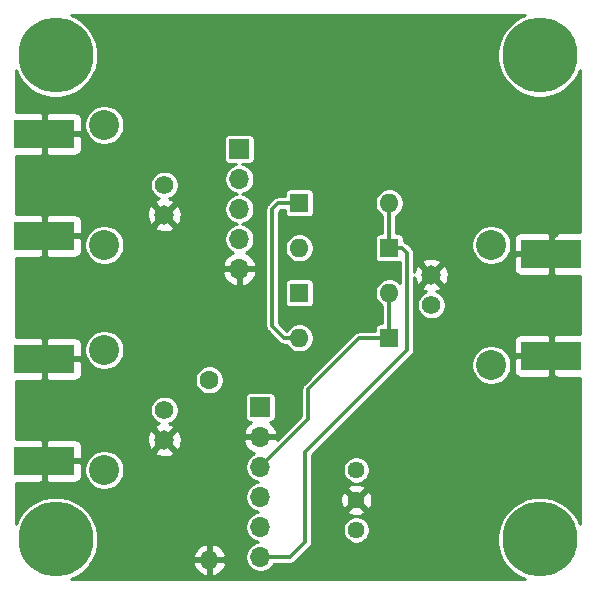
<source format=gbl>
G04 #@! TF.GenerationSoftware,KiCad,Pcbnew,(5.1.5)-3*
G04 #@! TF.CreationDate,2021-08-15T10:51:44-04:00*
G04 #@! TF.ProjectId,DIODE-MIXER,44494f44-452d-44d4-9958-45522e6b6963,rev?*
G04 #@! TF.SameCoordinates,Original*
G04 #@! TF.FileFunction,Copper,L2,Bot*
G04 #@! TF.FilePolarity,Positive*
%FSLAX46Y46*%
G04 Gerber Fmt 4.6, Leading zero omitted, Abs format (unit mm)*
G04 Created by KiCad (PCBNEW (5.1.5)-3) date 2021-08-15 10:51:44*
%MOMM*%
%LPD*%
G04 APERTURE LIST*
%ADD10R,5.080000X2.413000*%
%ADD11C,1.574800*%
%ADD12C,1.651000*%
%ADD13C,2.540000*%
%ADD14C,6.350000*%
%ADD15R,1.600000X1.600000*%
%ADD16O,1.600000X1.600000*%
%ADD17R,1.700000X1.700000*%
%ADD18O,1.700000X1.700000*%
%ADD19C,1.440000*%
%ADD20C,1.600000*%
%ADD21C,0.889000*%
%ADD22C,0.304800*%
%ADD23C,0.254000*%
G04 APERTURE END LIST*
D10*
X3048000Y-38354000D03*
X3048000Y-29718000D03*
X3048000Y-10668000D03*
X3048000Y-19304000D03*
X45974000Y-20828000D03*
X45974000Y-29464000D03*
D11*
X13208000Y-34036000D03*
D12*
X13208000Y-36576000D03*
D13*
X8128000Y-39116000D03*
X8128000Y-28956000D03*
X8128000Y-9906000D03*
X8128000Y-20066000D03*
D12*
X13208000Y-17526000D03*
D11*
X13208000Y-14986000D03*
X35814000Y-25146000D03*
D12*
X35814000Y-22606000D03*
D13*
X40894000Y-20066000D03*
X40894000Y-30226000D03*
D14*
X4000000Y-4000000D03*
X45000000Y-4000000D03*
X4000000Y-45000000D03*
X45000000Y-45000000D03*
D15*
X24638000Y-16510000D03*
D16*
X32258000Y-16510000D03*
D15*
X32258000Y-27940000D03*
D16*
X24638000Y-27940000D03*
X32258000Y-24130000D03*
D15*
X24638000Y-24130000D03*
D16*
X24638000Y-20320000D03*
D15*
X32258000Y-20320000D03*
D17*
X21336000Y-33782000D03*
D18*
X21336000Y-36322000D03*
X21336000Y-38862000D03*
X21336000Y-41402000D03*
X21336000Y-43942000D03*
X21336000Y-46482000D03*
D17*
X19558000Y-11938000D03*
D18*
X19558000Y-14478000D03*
X19558000Y-17018000D03*
X19558000Y-19558000D03*
X19558000Y-22098000D03*
D19*
X29464000Y-39116000D03*
X29464000Y-41656000D03*
X29464000Y-44196000D03*
D20*
X17018000Y-31496000D03*
D16*
X17018000Y-46736000D03*
D21*
X3048000Y-27432000D03*
X3048000Y-40386000D03*
X3048000Y-8636000D03*
X3048000Y-21336000D03*
X46228000Y-19050000D03*
X46228000Y-31496000D03*
D22*
X24638000Y-27940000D02*
X23368000Y-27940000D01*
X23368000Y-27940000D02*
X22352000Y-26924000D01*
X22352000Y-26924000D02*
X22352000Y-17018000D01*
X22860000Y-16510000D02*
X24638000Y-16510000D01*
X22352000Y-17018000D02*
X22860000Y-16510000D01*
X33362800Y-20320000D02*
X32258000Y-20320000D01*
X33782000Y-20739200D02*
X33362800Y-20320000D01*
X21336000Y-46482000D02*
X23876000Y-46482000D01*
X25146000Y-45212000D02*
X25146000Y-37592000D01*
X23876000Y-46482000D02*
X25146000Y-45212000D01*
X25146000Y-37592000D02*
X33782000Y-28956000D01*
X33782000Y-28956000D02*
X33782000Y-20739200D01*
X32258000Y-20320000D02*
X32258000Y-16510000D01*
X25400000Y-34798000D02*
X25400000Y-32258000D01*
X29718000Y-27940000D02*
X32258000Y-27940000D01*
X25400000Y-32258000D02*
X29718000Y-27940000D01*
X21336000Y-38862000D02*
X25400000Y-34798000D01*
X32258000Y-27940000D02*
X32258000Y-24130000D01*
D23*
G36*
X43291539Y-803695D02*
G01*
X42700799Y-1198415D01*
X42198415Y-1700799D01*
X41803695Y-2291539D01*
X41531807Y-2947935D01*
X41393200Y-3644761D01*
X41393200Y-4355239D01*
X41531807Y-5052065D01*
X41803695Y-5708461D01*
X42198415Y-6299201D01*
X42700799Y-6801585D01*
X43291539Y-7196305D01*
X43947935Y-7468193D01*
X44644761Y-7606800D01*
X45355239Y-7606800D01*
X46052065Y-7468193D01*
X46708461Y-7196305D01*
X47299201Y-6801585D01*
X47801585Y-6299201D01*
X48196305Y-5708461D01*
X48377700Y-5270535D01*
X48377700Y-18983614D01*
X46259750Y-18986500D01*
X46101000Y-19145250D01*
X46101000Y-20701000D01*
X46121000Y-20701000D01*
X46121000Y-20955000D01*
X46101000Y-20955000D01*
X46101000Y-22510750D01*
X46259750Y-22669500D01*
X48377700Y-22672386D01*
X48377701Y-27619614D01*
X46259750Y-27622500D01*
X46101000Y-27781250D01*
X46101000Y-29337000D01*
X46121000Y-29337000D01*
X46121000Y-29591000D01*
X46101000Y-29591000D01*
X46101000Y-31146750D01*
X46259750Y-31305500D01*
X48377701Y-31308386D01*
X48377701Y-43729468D01*
X48196305Y-43291539D01*
X47801585Y-42700799D01*
X47299201Y-42198415D01*
X46708461Y-41803695D01*
X46052065Y-41531807D01*
X45355239Y-41393200D01*
X44644761Y-41393200D01*
X43947935Y-41531807D01*
X43291539Y-41803695D01*
X42700799Y-42198415D01*
X42198415Y-42700799D01*
X41803695Y-43291539D01*
X41531807Y-43947935D01*
X41393200Y-44644761D01*
X41393200Y-45355239D01*
X41531807Y-46052065D01*
X41803695Y-46708461D01*
X42198415Y-47299201D01*
X42700799Y-47801585D01*
X43291539Y-48196305D01*
X43729465Y-48377700D01*
X5270535Y-48377700D01*
X5708461Y-48196305D01*
X6299201Y-47801585D01*
X6801585Y-47299201D01*
X6944682Y-47085040D01*
X15626091Y-47085040D01*
X15720930Y-47349881D01*
X15865615Y-47591131D01*
X16054586Y-47799519D01*
X16280580Y-47967037D01*
X16534913Y-48087246D01*
X16668961Y-48127904D01*
X16891000Y-48005915D01*
X16891000Y-46863000D01*
X17145000Y-46863000D01*
X17145000Y-48005915D01*
X17367039Y-48127904D01*
X17501087Y-48087246D01*
X17755420Y-47967037D01*
X17981414Y-47799519D01*
X18170385Y-47591131D01*
X18315070Y-47349881D01*
X18409909Y-47085040D01*
X18288624Y-46863000D01*
X17145000Y-46863000D01*
X16891000Y-46863000D01*
X15747376Y-46863000D01*
X15626091Y-47085040D01*
X6944682Y-47085040D01*
X7196305Y-46708461D01*
X7329475Y-46386960D01*
X15626091Y-46386960D01*
X15747376Y-46609000D01*
X16891000Y-46609000D01*
X16891000Y-45466085D01*
X17145000Y-45466085D01*
X17145000Y-46609000D01*
X18288624Y-46609000D01*
X18409909Y-46386960D01*
X18315070Y-46122119D01*
X18170385Y-45880869D01*
X17981414Y-45672481D01*
X17755420Y-45504963D01*
X17501087Y-45384754D01*
X17367039Y-45344096D01*
X17145000Y-45466085D01*
X16891000Y-45466085D01*
X16668961Y-45344096D01*
X16534913Y-45384754D01*
X16280580Y-45504963D01*
X16054586Y-45672481D01*
X15865615Y-45880869D01*
X15720930Y-46122119D01*
X15626091Y-46386960D01*
X7329475Y-46386960D01*
X7468193Y-46052065D01*
X7606800Y-45355239D01*
X7606800Y-44644761D01*
X7468193Y-43947935D01*
X7196305Y-43291539D01*
X6801585Y-42700799D01*
X6299201Y-42198415D01*
X5708461Y-41803695D01*
X5052065Y-41531807D01*
X4355239Y-41393200D01*
X3644761Y-41393200D01*
X2947935Y-41531807D01*
X2291539Y-41803695D01*
X1700799Y-42198415D01*
X1198415Y-42700799D01*
X803695Y-43291539D01*
X622300Y-43729465D01*
X622300Y-40198416D01*
X2762250Y-40195500D01*
X2921000Y-40036750D01*
X2921000Y-38481000D01*
X3175000Y-38481000D01*
X3175000Y-40036750D01*
X3333750Y-40195500D01*
X5588000Y-40198572D01*
X5712482Y-40186312D01*
X5832180Y-40150002D01*
X5942494Y-40091037D01*
X6039185Y-40011685D01*
X6118537Y-39914994D01*
X6177502Y-39804680D01*
X6213812Y-39684982D01*
X6226072Y-39560500D01*
X6224030Y-38948387D01*
X6426200Y-38948387D01*
X6426200Y-39283613D01*
X6491599Y-39612397D01*
X6619885Y-39922104D01*
X6806126Y-40200834D01*
X7043166Y-40437874D01*
X7321896Y-40624115D01*
X7631603Y-40752401D01*
X7960387Y-40817800D01*
X8295613Y-40817800D01*
X8624397Y-40752401D01*
X8934104Y-40624115D01*
X9212834Y-40437874D01*
X9449874Y-40200834D01*
X9636115Y-39922104D01*
X9764401Y-39612397D01*
X9829800Y-39283613D01*
X9829800Y-38948387D01*
X9764401Y-38619603D01*
X9636115Y-38309896D01*
X9449874Y-38031166D01*
X9212834Y-37794126D01*
X8934104Y-37607885D01*
X8883464Y-37586909D01*
X12376696Y-37586909D01*
X12451367Y-37833481D01*
X12711228Y-37956931D01*
X12990180Y-38027313D01*
X13277502Y-38041921D01*
X13562154Y-38000194D01*
X13833196Y-37903737D01*
X13964633Y-37833481D01*
X14039304Y-37586909D01*
X13208000Y-36755605D01*
X12376696Y-37586909D01*
X8883464Y-37586909D01*
X8624397Y-37479599D01*
X8295613Y-37414200D01*
X7960387Y-37414200D01*
X7631603Y-37479599D01*
X7321896Y-37607885D01*
X7043166Y-37794126D01*
X6806126Y-38031166D01*
X6619885Y-38309896D01*
X6491599Y-38619603D01*
X6426200Y-38948387D01*
X6224030Y-38948387D01*
X6223000Y-38639750D01*
X6064250Y-38481000D01*
X3175000Y-38481000D01*
X2921000Y-38481000D01*
X2901000Y-38481000D01*
X2901000Y-38227000D01*
X2921000Y-38227000D01*
X2921000Y-36671250D01*
X3175000Y-36671250D01*
X3175000Y-38227000D01*
X6064250Y-38227000D01*
X6223000Y-38068250D01*
X6226072Y-37147500D01*
X6213812Y-37023018D01*
X6177502Y-36903320D01*
X6118537Y-36793006D01*
X6039185Y-36696315D01*
X5977269Y-36645502D01*
X11742079Y-36645502D01*
X11783806Y-36930154D01*
X11880263Y-37201196D01*
X11950519Y-37332633D01*
X12197091Y-37407304D01*
X13028395Y-36576000D01*
X13387605Y-36576000D01*
X14218909Y-37407304D01*
X14465481Y-37332633D01*
X14588931Y-37072772D01*
X14659313Y-36793820D01*
X14665156Y-36678890D01*
X19894524Y-36678890D01*
X19939175Y-36826099D01*
X20064359Y-37088920D01*
X20238412Y-37322269D01*
X20454645Y-37517178D01*
X20704748Y-37666157D01*
X20795660Y-37698406D01*
X20728840Y-37726084D01*
X20518900Y-37866361D01*
X20340361Y-38044900D01*
X20200084Y-38254840D01*
X20103459Y-38488113D01*
X20054200Y-38735754D01*
X20054200Y-38988246D01*
X20103459Y-39235887D01*
X20200084Y-39469160D01*
X20340361Y-39679100D01*
X20518900Y-39857639D01*
X20728840Y-39997916D01*
X20962113Y-40094541D01*
X21150432Y-40132000D01*
X20962113Y-40169459D01*
X20728840Y-40266084D01*
X20518900Y-40406361D01*
X20340361Y-40584900D01*
X20200084Y-40794840D01*
X20103459Y-41028113D01*
X20054200Y-41275754D01*
X20054200Y-41528246D01*
X20103459Y-41775887D01*
X20200084Y-42009160D01*
X20340361Y-42219100D01*
X20518900Y-42397639D01*
X20728840Y-42537916D01*
X20962113Y-42634541D01*
X21150432Y-42672000D01*
X20962113Y-42709459D01*
X20728840Y-42806084D01*
X20518900Y-42946361D01*
X20340361Y-43124900D01*
X20200084Y-43334840D01*
X20103459Y-43568113D01*
X20054200Y-43815754D01*
X20054200Y-44068246D01*
X20103459Y-44315887D01*
X20200084Y-44549160D01*
X20340361Y-44759100D01*
X20518900Y-44937639D01*
X20728840Y-45077916D01*
X20962113Y-45174541D01*
X21150432Y-45212000D01*
X20962113Y-45249459D01*
X20728840Y-45346084D01*
X20518900Y-45486361D01*
X20340361Y-45664900D01*
X20200084Y-45874840D01*
X20103459Y-46108113D01*
X20054200Y-46355754D01*
X20054200Y-46608246D01*
X20103459Y-46855887D01*
X20200084Y-47089160D01*
X20340361Y-47299100D01*
X20518900Y-47477639D01*
X20728840Y-47617916D01*
X20962113Y-47714541D01*
X21209754Y-47763800D01*
X21462246Y-47763800D01*
X21709887Y-47714541D01*
X21943160Y-47617916D01*
X22153100Y-47477639D01*
X22331639Y-47299100D01*
X22471916Y-47089160D01*
X22481426Y-47066200D01*
X23847316Y-47066200D01*
X23876000Y-47069025D01*
X23904684Y-47066200D01*
X23904692Y-47066200D01*
X23990523Y-47057746D01*
X24100645Y-47024341D01*
X24202134Y-46970094D01*
X24291090Y-46897090D01*
X24309382Y-46874801D01*
X25538802Y-45645381D01*
X25561090Y-45627090D01*
X25634094Y-45538134D01*
X25688341Y-45436645D01*
X25721746Y-45326523D01*
X25730200Y-45240692D01*
X25730200Y-45240683D01*
X25733025Y-45212001D01*
X25730200Y-45183319D01*
X25730200Y-44082558D01*
X28312200Y-44082558D01*
X28312200Y-44309442D01*
X28356463Y-44531968D01*
X28443288Y-44741582D01*
X28569339Y-44930230D01*
X28729770Y-45090661D01*
X28918418Y-45216712D01*
X29128032Y-45303537D01*
X29350558Y-45347800D01*
X29577442Y-45347800D01*
X29799968Y-45303537D01*
X30009582Y-45216712D01*
X30198230Y-45090661D01*
X30358661Y-44930230D01*
X30484712Y-44741582D01*
X30571537Y-44531968D01*
X30615800Y-44309442D01*
X30615800Y-44082558D01*
X30571537Y-43860032D01*
X30484712Y-43650418D01*
X30358661Y-43461770D01*
X30198230Y-43301339D01*
X30009582Y-43175288D01*
X29799968Y-43088463D01*
X29577442Y-43044200D01*
X29350558Y-43044200D01*
X29128032Y-43088463D01*
X28918418Y-43175288D01*
X28729770Y-43301339D01*
X28569339Y-43461770D01*
X28443288Y-43650418D01*
X28356463Y-43860032D01*
X28312200Y-44082558D01*
X25730200Y-44082558D01*
X25730200Y-42591560D01*
X28708045Y-42591560D01*
X28769932Y-42827368D01*
X29011790Y-42940266D01*
X29271027Y-43003811D01*
X29537680Y-43015561D01*
X29801501Y-42975063D01*
X30052353Y-42883875D01*
X30158068Y-42827368D01*
X30219955Y-42591560D01*
X29464000Y-41835605D01*
X28708045Y-42591560D01*
X25730200Y-42591560D01*
X25730200Y-41729680D01*
X28104439Y-41729680D01*
X28144937Y-41993501D01*
X28236125Y-42244353D01*
X28292632Y-42350068D01*
X28528440Y-42411955D01*
X29284395Y-41656000D01*
X29643605Y-41656000D01*
X30399560Y-42411955D01*
X30635368Y-42350068D01*
X30748266Y-42108210D01*
X30811811Y-41848973D01*
X30823561Y-41582320D01*
X30783063Y-41318499D01*
X30691875Y-41067647D01*
X30635368Y-40961932D01*
X30399560Y-40900045D01*
X29643605Y-41656000D01*
X29284395Y-41656000D01*
X28528440Y-40900045D01*
X28292632Y-40961932D01*
X28179734Y-41203790D01*
X28116189Y-41463027D01*
X28104439Y-41729680D01*
X25730200Y-41729680D01*
X25730200Y-40720440D01*
X28708045Y-40720440D01*
X29464000Y-41476395D01*
X30219955Y-40720440D01*
X30158068Y-40484632D01*
X29916210Y-40371734D01*
X29656973Y-40308189D01*
X29390320Y-40296439D01*
X29126499Y-40336937D01*
X28875647Y-40428125D01*
X28769932Y-40484632D01*
X28708045Y-40720440D01*
X25730200Y-40720440D01*
X25730200Y-39002558D01*
X28312200Y-39002558D01*
X28312200Y-39229442D01*
X28356463Y-39451968D01*
X28443288Y-39661582D01*
X28569339Y-39850230D01*
X28729770Y-40010661D01*
X28918418Y-40136712D01*
X29128032Y-40223537D01*
X29350558Y-40267800D01*
X29577442Y-40267800D01*
X29799968Y-40223537D01*
X30009582Y-40136712D01*
X30198230Y-40010661D01*
X30358661Y-39850230D01*
X30484712Y-39661582D01*
X30571537Y-39451968D01*
X30615800Y-39229442D01*
X30615800Y-39002558D01*
X30571537Y-38780032D01*
X30484712Y-38570418D01*
X30358661Y-38381770D01*
X30198230Y-38221339D01*
X30009582Y-38095288D01*
X29799968Y-38008463D01*
X29577442Y-37964200D01*
X29350558Y-37964200D01*
X29128032Y-38008463D01*
X28918418Y-38095288D01*
X28729770Y-38221339D01*
X28569339Y-38381770D01*
X28443288Y-38570418D01*
X28356463Y-38780032D01*
X28312200Y-39002558D01*
X25730200Y-39002558D01*
X25730200Y-37833983D01*
X33505796Y-30058387D01*
X39192200Y-30058387D01*
X39192200Y-30393613D01*
X39257599Y-30722397D01*
X39385885Y-31032104D01*
X39572126Y-31310834D01*
X39809166Y-31547874D01*
X40087896Y-31734115D01*
X40397603Y-31862401D01*
X40726387Y-31927800D01*
X41061613Y-31927800D01*
X41390397Y-31862401D01*
X41700104Y-31734115D01*
X41978834Y-31547874D01*
X42215874Y-31310834D01*
X42402115Y-31032104D01*
X42530401Y-30722397D01*
X42540723Y-30670500D01*
X42795928Y-30670500D01*
X42808188Y-30794982D01*
X42844498Y-30914680D01*
X42903463Y-31024994D01*
X42982815Y-31121685D01*
X43079506Y-31201037D01*
X43189820Y-31260002D01*
X43309518Y-31296312D01*
X43434000Y-31308572D01*
X45688250Y-31305500D01*
X45847000Y-31146750D01*
X45847000Y-29591000D01*
X42957750Y-29591000D01*
X42799000Y-29749750D01*
X42795928Y-30670500D01*
X42540723Y-30670500D01*
X42595800Y-30393613D01*
X42595800Y-30058387D01*
X42530401Y-29729603D01*
X42402115Y-29419896D01*
X42215874Y-29141166D01*
X41978834Y-28904126D01*
X41700104Y-28717885D01*
X41390397Y-28589599D01*
X41061613Y-28524200D01*
X40726387Y-28524200D01*
X40397603Y-28589599D01*
X40087896Y-28717885D01*
X39809166Y-28904126D01*
X39572126Y-29141166D01*
X39385885Y-29419896D01*
X39257599Y-29729603D01*
X39192200Y-30058387D01*
X33505796Y-30058387D01*
X34174802Y-29389381D01*
X34197090Y-29371090D01*
X34270094Y-29282134D01*
X34324341Y-29180645D01*
X34357746Y-29070523D01*
X34366200Y-28984692D01*
X34366200Y-28984683D01*
X34369025Y-28956001D01*
X34366200Y-28927319D01*
X34366200Y-28257500D01*
X42795928Y-28257500D01*
X42799000Y-29178250D01*
X42957750Y-29337000D01*
X45847000Y-29337000D01*
X45847000Y-27781250D01*
X45688250Y-27622500D01*
X43434000Y-27619428D01*
X43309518Y-27631688D01*
X43189820Y-27667998D01*
X43079506Y-27726963D01*
X42982815Y-27806315D01*
X42903463Y-27903006D01*
X42844498Y-28013320D01*
X42808188Y-28133018D01*
X42795928Y-28257500D01*
X34366200Y-28257500D01*
X34366200Y-25025919D01*
X34594800Y-25025919D01*
X34594800Y-25266081D01*
X34641653Y-25501627D01*
X34733559Y-25723508D01*
X34866986Y-25923195D01*
X35036805Y-26093014D01*
X35236492Y-26226441D01*
X35458373Y-26318347D01*
X35693919Y-26365200D01*
X35934081Y-26365200D01*
X36169627Y-26318347D01*
X36391508Y-26226441D01*
X36591195Y-26093014D01*
X36761014Y-25923195D01*
X36894441Y-25723508D01*
X36986347Y-25501627D01*
X37033200Y-25266081D01*
X37033200Y-25025919D01*
X36986347Y-24790373D01*
X36894441Y-24568492D01*
X36761014Y-24368805D01*
X36591195Y-24198986D01*
X36391508Y-24065559D01*
X36242368Y-24003783D01*
X36439196Y-23933737D01*
X36570633Y-23863481D01*
X36645304Y-23616909D01*
X35814000Y-22785605D01*
X34982696Y-23616909D01*
X35057367Y-23863481D01*
X35317228Y-23986931D01*
X35385022Y-24004036D01*
X35236492Y-24065559D01*
X35036805Y-24198986D01*
X34866986Y-24368805D01*
X34733559Y-24568492D01*
X34641653Y-24790373D01*
X34594800Y-25025919D01*
X34366200Y-25025919D01*
X34366200Y-22799119D01*
X34389806Y-22960154D01*
X34486263Y-23231196D01*
X34556519Y-23362633D01*
X34803091Y-23437304D01*
X35634395Y-22606000D01*
X35993605Y-22606000D01*
X36824909Y-23437304D01*
X37071481Y-23362633D01*
X37194931Y-23102772D01*
X37265313Y-22823820D01*
X37279921Y-22536498D01*
X37238194Y-22251846D01*
X37160847Y-22034500D01*
X42795928Y-22034500D01*
X42808188Y-22158982D01*
X42844498Y-22278680D01*
X42903463Y-22388994D01*
X42982815Y-22485685D01*
X43079506Y-22565037D01*
X43189820Y-22624002D01*
X43309518Y-22660312D01*
X43434000Y-22672572D01*
X45688250Y-22669500D01*
X45847000Y-22510750D01*
X45847000Y-20955000D01*
X42957750Y-20955000D01*
X42799000Y-21113750D01*
X42795928Y-22034500D01*
X37160847Y-22034500D01*
X37141737Y-21980804D01*
X37071481Y-21849367D01*
X36824909Y-21774696D01*
X35993605Y-22606000D01*
X35634395Y-22606000D01*
X34803091Y-21774696D01*
X34556519Y-21849367D01*
X34433069Y-22109228D01*
X34366200Y-22374257D01*
X34366200Y-21595091D01*
X34982696Y-21595091D01*
X35814000Y-22426395D01*
X36645304Y-21595091D01*
X36570633Y-21348519D01*
X36310772Y-21225069D01*
X36031820Y-21154687D01*
X35744498Y-21140079D01*
X35459846Y-21181806D01*
X35188804Y-21278263D01*
X35057367Y-21348519D01*
X34982696Y-21595091D01*
X34366200Y-21595091D01*
X34366200Y-20767881D01*
X34369025Y-20739199D01*
X34366200Y-20710517D01*
X34366200Y-20710508D01*
X34357746Y-20624677D01*
X34324341Y-20514555D01*
X34270094Y-20413066D01*
X34197090Y-20324110D01*
X34174801Y-20305818D01*
X33796182Y-19927199D01*
X33777890Y-19904910D01*
X33769942Y-19898387D01*
X39192200Y-19898387D01*
X39192200Y-20233613D01*
X39257599Y-20562397D01*
X39385885Y-20872104D01*
X39572126Y-21150834D01*
X39809166Y-21387874D01*
X40087896Y-21574115D01*
X40397603Y-21702401D01*
X40726387Y-21767800D01*
X41061613Y-21767800D01*
X41390397Y-21702401D01*
X41700104Y-21574115D01*
X41978834Y-21387874D01*
X42215874Y-21150834D01*
X42402115Y-20872104D01*
X42530401Y-20562397D01*
X42595800Y-20233613D01*
X42595800Y-19898387D01*
X42540724Y-19621500D01*
X42795928Y-19621500D01*
X42799000Y-20542250D01*
X42957750Y-20701000D01*
X45847000Y-20701000D01*
X45847000Y-19145250D01*
X45688250Y-18986500D01*
X43434000Y-18983428D01*
X43309518Y-18995688D01*
X43189820Y-19031998D01*
X43079506Y-19090963D01*
X42982815Y-19170315D01*
X42903463Y-19267006D01*
X42844498Y-19377320D01*
X42808188Y-19497018D01*
X42795928Y-19621500D01*
X42540724Y-19621500D01*
X42530401Y-19569603D01*
X42402115Y-19259896D01*
X42215874Y-18981166D01*
X41978834Y-18744126D01*
X41700104Y-18557885D01*
X41390397Y-18429599D01*
X41061613Y-18364200D01*
X40726387Y-18364200D01*
X40397603Y-18429599D01*
X40087896Y-18557885D01*
X39809166Y-18744126D01*
X39572126Y-18981166D01*
X39385885Y-19259896D01*
X39257599Y-19569603D01*
X39192200Y-19898387D01*
X33769942Y-19898387D01*
X33688934Y-19831906D01*
X33587445Y-19777659D01*
X33491889Y-19748673D01*
X33491889Y-19520000D01*
X33483552Y-19435352D01*
X33458861Y-19353958D01*
X33418766Y-19278944D01*
X33364806Y-19213194D01*
X33299056Y-19159234D01*
X33224042Y-19119139D01*
X33142648Y-19094448D01*
X33058000Y-19086111D01*
X32842200Y-19086111D01*
X32842200Y-17601123D01*
X33043227Y-17466801D01*
X33214801Y-17295227D01*
X33349607Y-17093476D01*
X33442462Y-16869303D01*
X33489800Y-16631322D01*
X33489800Y-16388678D01*
X33442462Y-16150697D01*
X33349607Y-15926524D01*
X33214801Y-15724773D01*
X33043227Y-15553199D01*
X32841476Y-15418393D01*
X32617303Y-15325538D01*
X32379322Y-15278200D01*
X32136678Y-15278200D01*
X31898697Y-15325538D01*
X31674524Y-15418393D01*
X31472773Y-15553199D01*
X31301199Y-15724773D01*
X31166393Y-15926524D01*
X31073538Y-16150697D01*
X31026200Y-16388678D01*
X31026200Y-16631322D01*
X31073538Y-16869303D01*
X31166393Y-17093476D01*
X31301199Y-17295227D01*
X31472773Y-17466801D01*
X31673801Y-17601124D01*
X31673800Y-19086111D01*
X31458000Y-19086111D01*
X31373352Y-19094448D01*
X31291958Y-19119139D01*
X31216944Y-19159234D01*
X31151194Y-19213194D01*
X31097234Y-19278944D01*
X31057139Y-19353958D01*
X31032448Y-19435352D01*
X31024111Y-19520000D01*
X31024111Y-21120000D01*
X31032448Y-21204648D01*
X31057139Y-21286042D01*
X31097234Y-21361056D01*
X31151194Y-21426806D01*
X31216944Y-21480766D01*
X31291958Y-21520861D01*
X31373352Y-21545552D01*
X31458000Y-21553889D01*
X33058000Y-21553889D01*
X33142648Y-21545552D01*
X33197801Y-21528821D01*
X33197801Y-23327773D01*
X33043227Y-23173199D01*
X32841476Y-23038393D01*
X32617303Y-22945538D01*
X32379322Y-22898200D01*
X32136678Y-22898200D01*
X31898697Y-22945538D01*
X31674524Y-23038393D01*
X31472773Y-23173199D01*
X31301199Y-23344773D01*
X31166393Y-23546524D01*
X31073538Y-23770697D01*
X31026200Y-24008678D01*
X31026200Y-24251322D01*
X31073538Y-24489303D01*
X31166393Y-24713476D01*
X31301199Y-24915227D01*
X31472773Y-25086801D01*
X31673801Y-25221124D01*
X31673800Y-26706111D01*
X31458000Y-26706111D01*
X31373352Y-26714448D01*
X31291958Y-26739139D01*
X31216944Y-26779234D01*
X31151194Y-26833194D01*
X31097234Y-26898944D01*
X31057139Y-26973958D01*
X31032448Y-27055352D01*
X31024111Y-27140000D01*
X31024111Y-27355800D01*
X29746683Y-27355800D01*
X29717999Y-27352975D01*
X29689315Y-27355800D01*
X29689308Y-27355800D01*
X29614282Y-27363190D01*
X29603476Y-27364254D01*
X29570071Y-27374388D01*
X29493355Y-27397659D01*
X29391866Y-27451906D01*
X29302910Y-27524910D01*
X29284618Y-27547199D01*
X25007195Y-31824622D01*
X24984911Y-31842910D01*
X24966623Y-31865194D01*
X24966620Y-31865197D01*
X24943345Y-31893558D01*
X24911907Y-31931866D01*
X24882911Y-31986114D01*
X24857659Y-32033356D01*
X24824254Y-32143477D01*
X24812975Y-32258000D01*
X24815801Y-32286694D01*
X24815800Y-34556016D01*
X22748270Y-36623547D01*
X22656155Y-36449000D01*
X21463000Y-36449000D01*
X21463000Y-36469000D01*
X21209000Y-36469000D01*
X21209000Y-36449000D01*
X20015845Y-36449000D01*
X19894524Y-36678890D01*
X14665156Y-36678890D01*
X14673921Y-36506498D01*
X14632194Y-36221846D01*
X14540829Y-35965110D01*
X19894524Y-35965110D01*
X20015845Y-36195000D01*
X21209000Y-36195000D01*
X21209000Y-36175000D01*
X21463000Y-36175000D01*
X21463000Y-36195000D01*
X22656155Y-36195000D01*
X22777476Y-35965110D01*
X22732825Y-35817901D01*
X22607641Y-35555080D01*
X22433588Y-35321731D01*
X22217355Y-35126822D01*
X22115062Y-35065889D01*
X22186000Y-35065889D01*
X22270648Y-35057552D01*
X22352042Y-35032861D01*
X22427056Y-34992766D01*
X22492806Y-34938806D01*
X22546766Y-34873056D01*
X22586861Y-34798042D01*
X22611552Y-34716648D01*
X22619889Y-34632000D01*
X22619889Y-32932000D01*
X22611552Y-32847352D01*
X22586861Y-32765958D01*
X22546766Y-32690944D01*
X22492806Y-32625194D01*
X22427056Y-32571234D01*
X22352042Y-32531139D01*
X22270648Y-32506448D01*
X22186000Y-32498111D01*
X20486000Y-32498111D01*
X20401352Y-32506448D01*
X20319958Y-32531139D01*
X20244944Y-32571234D01*
X20179194Y-32625194D01*
X20125234Y-32690944D01*
X20085139Y-32765958D01*
X20060448Y-32847352D01*
X20052111Y-32932000D01*
X20052111Y-34632000D01*
X20060448Y-34716648D01*
X20085139Y-34798042D01*
X20125234Y-34873056D01*
X20179194Y-34938806D01*
X20244944Y-34992766D01*
X20319958Y-35032861D01*
X20401352Y-35057552D01*
X20486000Y-35065889D01*
X20556938Y-35065889D01*
X20454645Y-35126822D01*
X20238412Y-35321731D01*
X20064359Y-35555080D01*
X19939175Y-35817901D01*
X19894524Y-35965110D01*
X14540829Y-35965110D01*
X14535737Y-35950804D01*
X14465481Y-35819367D01*
X14218909Y-35744696D01*
X13387605Y-36576000D01*
X13028395Y-36576000D01*
X12197091Y-35744696D01*
X11950519Y-35819367D01*
X11827069Y-36079228D01*
X11756687Y-36358180D01*
X11742079Y-36645502D01*
X5977269Y-36645502D01*
X5942494Y-36616963D01*
X5832180Y-36557998D01*
X5712482Y-36521688D01*
X5588000Y-36509428D01*
X3333750Y-36512500D01*
X3175000Y-36671250D01*
X2921000Y-36671250D01*
X2762250Y-36512500D01*
X622300Y-36509584D01*
X622300Y-33915919D01*
X11988800Y-33915919D01*
X11988800Y-34156081D01*
X12035653Y-34391627D01*
X12127559Y-34613508D01*
X12260986Y-34813195D01*
X12430805Y-34983014D01*
X12630492Y-35116441D01*
X12779632Y-35178217D01*
X12582804Y-35248263D01*
X12451367Y-35318519D01*
X12376696Y-35565091D01*
X13208000Y-36396395D01*
X14039304Y-35565091D01*
X13964633Y-35318519D01*
X13704772Y-35195069D01*
X13636978Y-35177964D01*
X13785508Y-35116441D01*
X13985195Y-34983014D01*
X14155014Y-34813195D01*
X14288441Y-34613508D01*
X14380347Y-34391627D01*
X14427200Y-34156081D01*
X14427200Y-33915919D01*
X14380347Y-33680373D01*
X14288441Y-33458492D01*
X14155014Y-33258805D01*
X13985195Y-33088986D01*
X13785508Y-32955559D01*
X13563627Y-32863653D01*
X13328081Y-32816800D01*
X13087919Y-32816800D01*
X12852373Y-32863653D01*
X12630492Y-32955559D01*
X12430805Y-33088986D01*
X12260986Y-33258805D01*
X12127559Y-33458492D01*
X12035653Y-33680373D01*
X11988800Y-33915919D01*
X622300Y-33915919D01*
X622300Y-31562416D01*
X2762250Y-31559500D01*
X2921000Y-31400750D01*
X2921000Y-29845000D01*
X3175000Y-29845000D01*
X3175000Y-31400750D01*
X3333750Y-31559500D01*
X5588000Y-31562572D01*
X5712482Y-31550312D01*
X5832180Y-31514002D01*
X5942494Y-31455037D01*
X6039185Y-31375685D01*
X6040011Y-31374678D01*
X15786200Y-31374678D01*
X15786200Y-31617322D01*
X15833538Y-31855303D01*
X15926393Y-32079476D01*
X16061199Y-32281227D01*
X16232773Y-32452801D01*
X16434524Y-32587607D01*
X16658697Y-32680462D01*
X16896678Y-32727800D01*
X17139322Y-32727800D01*
X17377303Y-32680462D01*
X17601476Y-32587607D01*
X17803227Y-32452801D01*
X17974801Y-32281227D01*
X18109607Y-32079476D01*
X18202462Y-31855303D01*
X18249800Y-31617322D01*
X18249800Y-31374678D01*
X18202462Y-31136697D01*
X18109607Y-30912524D01*
X17974801Y-30710773D01*
X17803227Y-30539199D01*
X17601476Y-30404393D01*
X17377303Y-30311538D01*
X17139322Y-30264200D01*
X16896678Y-30264200D01*
X16658697Y-30311538D01*
X16434524Y-30404393D01*
X16232773Y-30539199D01*
X16061199Y-30710773D01*
X15926393Y-30912524D01*
X15833538Y-31136697D01*
X15786200Y-31374678D01*
X6040011Y-31374678D01*
X6118537Y-31278994D01*
X6177502Y-31168680D01*
X6213812Y-31048982D01*
X6226072Y-30924500D01*
X6223000Y-30003750D01*
X6064250Y-29845000D01*
X3175000Y-29845000D01*
X2921000Y-29845000D01*
X2901000Y-29845000D01*
X2901000Y-29591000D01*
X2921000Y-29591000D01*
X2921000Y-28035250D01*
X3175000Y-28035250D01*
X3175000Y-29591000D01*
X6064250Y-29591000D01*
X6223000Y-29432250D01*
X6225148Y-28788387D01*
X6426200Y-28788387D01*
X6426200Y-29123613D01*
X6491599Y-29452397D01*
X6619885Y-29762104D01*
X6806126Y-30040834D01*
X7043166Y-30277874D01*
X7321896Y-30464115D01*
X7631603Y-30592401D01*
X7960387Y-30657800D01*
X8295613Y-30657800D01*
X8624397Y-30592401D01*
X8934104Y-30464115D01*
X9212834Y-30277874D01*
X9449874Y-30040834D01*
X9636115Y-29762104D01*
X9764401Y-29452397D01*
X9829800Y-29123613D01*
X9829800Y-28788387D01*
X9764401Y-28459603D01*
X9636115Y-28149896D01*
X9449874Y-27871166D01*
X9212834Y-27634126D01*
X8934104Y-27447885D01*
X8624397Y-27319599D01*
X8295613Y-27254200D01*
X7960387Y-27254200D01*
X7631603Y-27319599D01*
X7321896Y-27447885D01*
X7043166Y-27634126D01*
X6806126Y-27871166D01*
X6619885Y-28149896D01*
X6491599Y-28459603D01*
X6426200Y-28788387D01*
X6225148Y-28788387D01*
X6226072Y-28511500D01*
X6213812Y-28387018D01*
X6177502Y-28267320D01*
X6118537Y-28157006D01*
X6039185Y-28060315D01*
X5942494Y-27980963D01*
X5832180Y-27921998D01*
X5712482Y-27885688D01*
X5588000Y-27873428D01*
X3333750Y-27876500D01*
X3175000Y-28035250D01*
X2921000Y-28035250D01*
X2762250Y-27876500D01*
X622300Y-27873584D01*
X622300Y-22454890D01*
X18116524Y-22454890D01*
X18161175Y-22602099D01*
X18286359Y-22864920D01*
X18460412Y-23098269D01*
X18676645Y-23293178D01*
X18926748Y-23442157D01*
X19201109Y-23539481D01*
X19431000Y-23418814D01*
X19431000Y-22225000D01*
X19685000Y-22225000D01*
X19685000Y-23418814D01*
X19914891Y-23539481D01*
X20189252Y-23442157D01*
X20439355Y-23293178D01*
X20655588Y-23098269D01*
X20829641Y-22864920D01*
X20954825Y-22602099D01*
X20999476Y-22454890D01*
X20878155Y-22225000D01*
X19685000Y-22225000D01*
X19431000Y-22225000D01*
X18237845Y-22225000D01*
X18116524Y-22454890D01*
X622300Y-22454890D01*
X622300Y-21148416D01*
X2762250Y-21145500D01*
X2921000Y-20986750D01*
X2921000Y-19431000D01*
X3175000Y-19431000D01*
X3175000Y-20986750D01*
X3333750Y-21145500D01*
X5588000Y-21148572D01*
X5712482Y-21136312D01*
X5832180Y-21100002D01*
X5942494Y-21041037D01*
X6039185Y-20961685D01*
X6118537Y-20864994D01*
X6177502Y-20754680D01*
X6213812Y-20634982D01*
X6226072Y-20510500D01*
X6224030Y-19898387D01*
X6426200Y-19898387D01*
X6426200Y-20233613D01*
X6491599Y-20562397D01*
X6619885Y-20872104D01*
X6806126Y-21150834D01*
X7043166Y-21387874D01*
X7321896Y-21574115D01*
X7631603Y-21702401D01*
X7960387Y-21767800D01*
X8295613Y-21767800D01*
X8429793Y-21741110D01*
X18116524Y-21741110D01*
X18237845Y-21971000D01*
X19431000Y-21971000D01*
X19431000Y-21951000D01*
X19685000Y-21951000D01*
X19685000Y-21971000D01*
X20878155Y-21971000D01*
X20999476Y-21741110D01*
X20954825Y-21593901D01*
X20829641Y-21331080D01*
X20655588Y-21097731D01*
X20439355Y-20902822D01*
X20189252Y-20753843D01*
X20098340Y-20721594D01*
X20165160Y-20693916D01*
X20375100Y-20553639D01*
X20553639Y-20375100D01*
X20693916Y-20165160D01*
X20790541Y-19931887D01*
X20839800Y-19684246D01*
X20839800Y-19431754D01*
X20790541Y-19184113D01*
X20693916Y-18950840D01*
X20553639Y-18740900D01*
X20375100Y-18562361D01*
X20165160Y-18422084D01*
X19931887Y-18325459D01*
X19743568Y-18288000D01*
X19931887Y-18250541D01*
X20165160Y-18153916D01*
X20375100Y-18013639D01*
X20553639Y-17835100D01*
X20693916Y-17625160D01*
X20790541Y-17391887D01*
X20839800Y-17144246D01*
X20839800Y-17018000D01*
X21764975Y-17018000D01*
X21767801Y-17046694D01*
X21767800Y-26895316D01*
X21764975Y-26924000D01*
X21767800Y-26952684D01*
X21767800Y-26952691D01*
X21776254Y-27038522D01*
X21809659Y-27148644D01*
X21863906Y-27250133D01*
X21936910Y-27339090D01*
X21959199Y-27357382D01*
X22934620Y-28332804D01*
X22952910Y-28355090D01*
X22975194Y-28373378D01*
X22975196Y-28373380D01*
X22995187Y-28389785D01*
X23041866Y-28428094D01*
X23143355Y-28482341D01*
X23253477Y-28515746D01*
X23339308Y-28524200D01*
X23339316Y-28524200D01*
X23368000Y-28527025D01*
X23396684Y-28524200D01*
X23546877Y-28524200D01*
X23681199Y-28725227D01*
X23852773Y-28896801D01*
X24054524Y-29031607D01*
X24278697Y-29124462D01*
X24516678Y-29171800D01*
X24759322Y-29171800D01*
X24997303Y-29124462D01*
X25221476Y-29031607D01*
X25423227Y-28896801D01*
X25594801Y-28725227D01*
X25729607Y-28523476D01*
X25822462Y-28299303D01*
X25869800Y-28061322D01*
X25869800Y-27818678D01*
X25822462Y-27580697D01*
X25729607Y-27356524D01*
X25594801Y-27154773D01*
X25423227Y-26983199D01*
X25221476Y-26848393D01*
X24997303Y-26755538D01*
X24759322Y-26708200D01*
X24516678Y-26708200D01*
X24278697Y-26755538D01*
X24054524Y-26848393D01*
X23852773Y-26983199D01*
X23681199Y-27154773D01*
X23572154Y-27317970D01*
X22936200Y-26682017D01*
X22936200Y-23330000D01*
X23404111Y-23330000D01*
X23404111Y-24930000D01*
X23412448Y-25014648D01*
X23437139Y-25096042D01*
X23477234Y-25171056D01*
X23531194Y-25236806D01*
X23596944Y-25290766D01*
X23671958Y-25330861D01*
X23753352Y-25355552D01*
X23838000Y-25363889D01*
X25438000Y-25363889D01*
X25522648Y-25355552D01*
X25604042Y-25330861D01*
X25679056Y-25290766D01*
X25744806Y-25236806D01*
X25798766Y-25171056D01*
X25838861Y-25096042D01*
X25863552Y-25014648D01*
X25871889Y-24930000D01*
X25871889Y-23330000D01*
X25863552Y-23245352D01*
X25838861Y-23163958D01*
X25798766Y-23088944D01*
X25744806Y-23023194D01*
X25679056Y-22969234D01*
X25604042Y-22929139D01*
X25522648Y-22904448D01*
X25438000Y-22896111D01*
X23838000Y-22896111D01*
X23753352Y-22904448D01*
X23671958Y-22929139D01*
X23596944Y-22969234D01*
X23531194Y-23023194D01*
X23477234Y-23088944D01*
X23437139Y-23163958D01*
X23412448Y-23245352D01*
X23404111Y-23330000D01*
X22936200Y-23330000D01*
X22936200Y-20198678D01*
X23406200Y-20198678D01*
X23406200Y-20441322D01*
X23453538Y-20679303D01*
X23546393Y-20903476D01*
X23681199Y-21105227D01*
X23852773Y-21276801D01*
X24054524Y-21411607D01*
X24278697Y-21504462D01*
X24516678Y-21551800D01*
X24759322Y-21551800D01*
X24997303Y-21504462D01*
X25221476Y-21411607D01*
X25423227Y-21276801D01*
X25594801Y-21105227D01*
X25729607Y-20903476D01*
X25822462Y-20679303D01*
X25869800Y-20441322D01*
X25869800Y-20198678D01*
X25822462Y-19960697D01*
X25729607Y-19736524D01*
X25594801Y-19534773D01*
X25423227Y-19363199D01*
X25221476Y-19228393D01*
X24997303Y-19135538D01*
X24759322Y-19088200D01*
X24516678Y-19088200D01*
X24278697Y-19135538D01*
X24054524Y-19228393D01*
X23852773Y-19363199D01*
X23681199Y-19534773D01*
X23546393Y-19736524D01*
X23453538Y-19960697D01*
X23406200Y-20198678D01*
X22936200Y-20198678D01*
X22936200Y-17259983D01*
X23101983Y-17094200D01*
X23404111Y-17094200D01*
X23404111Y-17310000D01*
X23412448Y-17394648D01*
X23437139Y-17476042D01*
X23477234Y-17551056D01*
X23531194Y-17616806D01*
X23596944Y-17670766D01*
X23671958Y-17710861D01*
X23753352Y-17735552D01*
X23838000Y-17743889D01*
X25438000Y-17743889D01*
X25522648Y-17735552D01*
X25604042Y-17710861D01*
X25679056Y-17670766D01*
X25744806Y-17616806D01*
X25798766Y-17551056D01*
X25838861Y-17476042D01*
X25863552Y-17394648D01*
X25871889Y-17310000D01*
X25871889Y-15710000D01*
X25863552Y-15625352D01*
X25838861Y-15543958D01*
X25798766Y-15468944D01*
X25744806Y-15403194D01*
X25679056Y-15349234D01*
X25604042Y-15309139D01*
X25522648Y-15284448D01*
X25438000Y-15276111D01*
X23838000Y-15276111D01*
X23753352Y-15284448D01*
X23671958Y-15309139D01*
X23596944Y-15349234D01*
X23531194Y-15403194D01*
X23477234Y-15468944D01*
X23437139Y-15543958D01*
X23412448Y-15625352D01*
X23404111Y-15710000D01*
X23404111Y-15925800D01*
X22888681Y-15925800D01*
X22859999Y-15922975D01*
X22831317Y-15925800D01*
X22831308Y-15925800D01*
X22745477Y-15934254D01*
X22635355Y-15967659D01*
X22533866Y-16021906D01*
X22444910Y-16094910D01*
X22426618Y-16117199D01*
X21959195Y-16584622D01*
X21936911Y-16602910D01*
X21918623Y-16625194D01*
X21918620Y-16625197D01*
X21903097Y-16644113D01*
X21863907Y-16691866D01*
X21841041Y-16734645D01*
X21809659Y-16793356D01*
X21776254Y-16903477D01*
X21764975Y-17018000D01*
X20839800Y-17018000D01*
X20839800Y-16891754D01*
X20790541Y-16644113D01*
X20693916Y-16410840D01*
X20553639Y-16200900D01*
X20375100Y-16022361D01*
X20165160Y-15882084D01*
X19931887Y-15785459D01*
X19743568Y-15748000D01*
X19931887Y-15710541D01*
X20165160Y-15613916D01*
X20375100Y-15473639D01*
X20553639Y-15295100D01*
X20693916Y-15085160D01*
X20790541Y-14851887D01*
X20839800Y-14604246D01*
X20839800Y-14351754D01*
X20790541Y-14104113D01*
X20693916Y-13870840D01*
X20553639Y-13660900D01*
X20375100Y-13482361D01*
X20165160Y-13342084D01*
X19931887Y-13245459D01*
X19813393Y-13221889D01*
X20408000Y-13221889D01*
X20492648Y-13213552D01*
X20574042Y-13188861D01*
X20649056Y-13148766D01*
X20714806Y-13094806D01*
X20768766Y-13029056D01*
X20808861Y-12954042D01*
X20833552Y-12872648D01*
X20841889Y-12788000D01*
X20841889Y-11088000D01*
X20833552Y-11003352D01*
X20808861Y-10921958D01*
X20768766Y-10846944D01*
X20714806Y-10781194D01*
X20649056Y-10727234D01*
X20574042Y-10687139D01*
X20492648Y-10662448D01*
X20408000Y-10654111D01*
X18708000Y-10654111D01*
X18623352Y-10662448D01*
X18541958Y-10687139D01*
X18466944Y-10727234D01*
X18401194Y-10781194D01*
X18347234Y-10846944D01*
X18307139Y-10921958D01*
X18282448Y-11003352D01*
X18274111Y-11088000D01*
X18274111Y-12788000D01*
X18282448Y-12872648D01*
X18307139Y-12954042D01*
X18347234Y-13029056D01*
X18401194Y-13094806D01*
X18466944Y-13148766D01*
X18541958Y-13188861D01*
X18623352Y-13213552D01*
X18708000Y-13221889D01*
X19302607Y-13221889D01*
X19184113Y-13245459D01*
X18950840Y-13342084D01*
X18740900Y-13482361D01*
X18562361Y-13660900D01*
X18422084Y-13870840D01*
X18325459Y-14104113D01*
X18276200Y-14351754D01*
X18276200Y-14604246D01*
X18325459Y-14851887D01*
X18422084Y-15085160D01*
X18562361Y-15295100D01*
X18740900Y-15473639D01*
X18950840Y-15613916D01*
X19184113Y-15710541D01*
X19372432Y-15748000D01*
X19184113Y-15785459D01*
X18950840Y-15882084D01*
X18740900Y-16022361D01*
X18562361Y-16200900D01*
X18422084Y-16410840D01*
X18325459Y-16644113D01*
X18276200Y-16891754D01*
X18276200Y-17144246D01*
X18325459Y-17391887D01*
X18422084Y-17625160D01*
X18562361Y-17835100D01*
X18740900Y-18013639D01*
X18950840Y-18153916D01*
X19184113Y-18250541D01*
X19372432Y-18288000D01*
X19184113Y-18325459D01*
X18950840Y-18422084D01*
X18740900Y-18562361D01*
X18562361Y-18740900D01*
X18422084Y-18950840D01*
X18325459Y-19184113D01*
X18276200Y-19431754D01*
X18276200Y-19684246D01*
X18325459Y-19931887D01*
X18422084Y-20165160D01*
X18562361Y-20375100D01*
X18740900Y-20553639D01*
X18950840Y-20693916D01*
X19017660Y-20721594D01*
X18926748Y-20753843D01*
X18676645Y-20902822D01*
X18460412Y-21097731D01*
X18286359Y-21331080D01*
X18161175Y-21593901D01*
X18116524Y-21741110D01*
X8429793Y-21741110D01*
X8624397Y-21702401D01*
X8934104Y-21574115D01*
X9212834Y-21387874D01*
X9449874Y-21150834D01*
X9636115Y-20872104D01*
X9764401Y-20562397D01*
X9829800Y-20233613D01*
X9829800Y-19898387D01*
X9764401Y-19569603D01*
X9636115Y-19259896D01*
X9449874Y-18981166D01*
X9212834Y-18744126D01*
X8934104Y-18557885D01*
X8883464Y-18536909D01*
X12376696Y-18536909D01*
X12451367Y-18783481D01*
X12711228Y-18906931D01*
X12990180Y-18977313D01*
X13277502Y-18991921D01*
X13562154Y-18950194D01*
X13833196Y-18853737D01*
X13964633Y-18783481D01*
X14039304Y-18536909D01*
X13208000Y-17705605D01*
X12376696Y-18536909D01*
X8883464Y-18536909D01*
X8624397Y-18429599D01*
X8295613Y-18364200D01*
X7960387Y-18364200D01*
X7631603Y-18429599D01*
X7321896Y-18557885D01*
X7043166Y-18744126D01*
X6806126Y-18981166D01*
X6619885Y-19259896D01*
X6491599Y-19569603D01*
X6426200Y-19898387D01*
X6224030Y-19898387D01*
X6223000Y-19589750D01*
X6064250Y-19431000D01*
X3175000Y-19431000D01*
X2921000Y-19431000D01*
X2901000Y-19431000D01*
X2901000Y-19177000D01*
X2921000Y-19177000D01*
X2921000Y-17621250D01*
X3175000Y-17621250D01*
X3175000Y-19177000D01*
X6064250Y-19177000D01*
X6223000Y-19018250D01*
X6226072Y-18097500D01*
X6213812Y-17973018D01*
X6177502Y-17853320D01*
X6118537Y-17743006D01*
X6039185Y-17646315D01*
X5977269Y-17595502D01*
X11742079Y-17595502D01*
X11783806Y-17880154D01*
X11880263Y-18151196D01*
X11950519Y-18282633D01*
X12197091Y-18357304D01*
X13028395Y-17526000D01*
X13387605Y-17526000D01*
X14218909Y-18357304D01*
X14465481Y-18282633D01*
X14588931Y-18022772D01*
X14659313Y-17743820D01*
X14673921Y-17456498D01*
X14632194Y-17171846D01*
X14535737Y-16900804D01*
X14465481Y-16769367D01*
X14218909Y-16694696D01*
X13387605Y-17526000D01*
X13028395Y-17526000D01*
X12197091Y-16694696D01*
X11950519Y-16769367D01*
X11827069Y-17029228D01*
X11756687Y-17308180D01*
X11742079Y-17595502D01*
X5977269Y-17595502D01*
X5942494Y-17566963D01*
X5832180Y-17507998D01*
X5712482Y-17471688D01*
X5588000Y-17459428D01*
X3333750Y-17462500D01*
X3175000Y-17621250D01*
X2921000Y-17621250D01*
X2762250Y-17462500D01*
X622300Y-17459584D01*
X622300Y-14865919D01*
X11988800Y-14865919D01*
X11988800Y-15106081D01*
X12035653Y-15341627D01*
X12127559Y-15563508D01*
X12260986Y-15763195D01*
X12430805Y-15933014D01*
X12630492Y-16066441D01*
X12779632Y-16128217D01*
X12582804Y-16198263D01*
X12451367Y-16268519D01*
X12376696Y-16515091D01*
X13208000Y-17346395D01*
X14039304Y-16515091D01*
X13964633Y-16268519D01*
X13704772Y-16145069D01*
X13636978Y-16127964D01*
X13785508Y-16066441D01*
X13985195Y-15933014D01*
X14155014Y-15763195D01*
X14288441Y-15563508D01*
X14380347Y-15341627D01*
X14427200Y-15106081D01*
X14427200Y-14865919D01*
X14380347Y-14630373D01*
X14288441Y-14408492D01*
X14155014Y-14208805D01*
X13985195Y-14038986D01*
X13785508Y-13905559D01*
X13563627Y-13813653D01*
X13328081Y-13766800D01*
X13087919Y-13766800D01*
X12852373Y-13813653D01*
X12630492Y-13905559D01*
X12430805Y-14038986D01*
X12260986Y-14208805D01*
X12127559Y-14408492D01*
X12035653Y-14630373D01*
X11988800Y-14865919D01*
X622300Y-14865919D01*
X622300Y-12512416D01*
X2762250Y-12509500D01*
X2921000Y-12350750D01*
X2921000Y-10795000D01*
X3175000Y-10795000D01*
X3175000Y-12350750D01*
X3333750Y-12509500D01*
X5588000Y-12512572D01*
X5712482Y-12500312D01*
X5832180Y-12464002D01*
X5942494Y-12405037D01*
X6039185Y-12325685D01*
X6118537Y-12228994D01*
X6177502Y-12118680D01*
X6213812Y-11998982D01*
X6226072Y-11874500D01*
X6223000Y-10953750D01*
X6064250Y-10795000D01*
X3175000Y-10795000D01*
X2921000Y-10795000D01*
X2901000Y-10795000D01*
X2901000Y-10541000D01*
X2921000Y-10541000D01*
X2921000Y-8985250D01*
X3175000Y-8985250D01*
X3175000Y-10541000D01*
X6064250Y-10541000D01*
X6223000Y-10382250D01*
X6225148Y-9738387D01*
X6426200Y-9738387D01*
X6426200Y-10073613D01*
X6491599Y-10402397D01*
X6619885Y-10712104D01*
X6806126Y-10990834D01*
X7043166Y-11227874D01*
X7321896Y-11414115D01*
X7631603Y-11542401D01*
X7960387Y-11607800D01*
X8295613Y-11607800D01*
X8624397Y-11542401D01*
X8934104Y-11414115D01*
X9212834Y-11227874D01*
X9449874Y-10990834D01*
X9636115Y-10712104D01*
X9764401Y-10402397D01*
X9829800Y-10073613D01*
X9829800Y-9738387D01*
X9764401Y-9409603D01*
X9636115Y-9099896D01*
X9449874Y-8821166D01*
X9212834Y-8584126D01*
X8934104Y-8397885D01*
X8624397Y-8269599D01*
X8295613Y-8204200D01*
X7960387Y-8204200D01*
X7631603Y-8269599D01*
X7321896Y-8397885D01*
X7043166Y-8584126D01*
X6806126Y-8821166D01*
X6619885Y-9099896D01*
X6491599Y-9409603D01*
X6426200Y-9738387D01*
X6225148Y-9738387D01*
X6226072Y-9461500D01*
X6213812Y-9337018D01*
X6177502Y-9217320D01*
X6118537Y-9107006D01*
X6039185Y-9010315D01*
X5942494Y-8930963D01*
X5832180Y-8871998D01*
X5712482Y-8835688D01*
X5588000Y-8823428D01*
X3333750Y-8826500D01*
X3175000Y-8985250D01*
X2921000Y-8985250D01*
X2762250Y-8826500D01*
X622300Y-8823584D01*
X622300Y-5270535D01*
X803695Y-5708461D01*
X1198415Y-6299201D01*
X1700799Y-6801585D01*
X2291539Y-7196305D01*
X2947935Y-7468193D01*
X3644761Y-7606800D01*
X4355239Y-7606800D01*
X5052065Y-7468193D01*
X5708461Y-7196305D01*
X6299201Y-6801585D01*
X6801585Y-6299201D01*
X7196305Y-5708461D01*
X7468193Y-5052065D01*
X7606800Y-4355239D01*
X7606800Y-3644761D01*
X7468193Y-2947935D01*
X7196305Y-2291539D01*
X6801585Y-1700799D01*
X6299201Y-1198415D01*
X5708461Y-803695D01*
X5270535Y-622300D01*
X43729465Y-622300D01*
X43291539Y-803695D01*
G37*
X43291539Y-803695D02*
X42700799Y-1198415D01*
X42198415Y-1700799D01*
X41803695Y-2291539D01*
X41531807Y-2947935D01*
X41393200Y-3644761D01*
X41393200Y-4355239D01*
X41531807Y-5052065D01*
X41803695Y-5708461D01*
X42198415Y-6299201D01*
X42700799Y-6801585D01*
X43291539Y-7196305D01*
X43947935Y-7468193D01*
X44644761Y-7606800D01*
X45355239Y-7606800D01*
X46052065Y-7468193D01*
X46708461Y-7196305D01*
X47299201Y-6801585D01*
X47801585Y-6299201D01*
X48196305Y-5708461D01*
X48377700Y-5270535D01*
X48377700Y-18983614D01*
X46259750Y-18986500D01*
X46101000Y-19145250D01*
X46101000Y-20701000D01*
X46121000Y-20701000D01*
X46121000Y-20955000D01*
X46101000Y-20955000D01*
X46101000Y-22510750D01*
X46259750Y-22669500D01*
X48377700Y-22672386D01*
X48377701Y-27619614D01*
X46259750Y-27622500D01*
X46101000Y-27781250D01*
X46101000Y-29337000D01*
X46121000Y-29337000D01*
X46121000Y-29591000D01*
X46101000Y-29591000D01*
X46101000Y-31146750D01*
X46259750Y-31305500D01*
X48377701Y-31308386D01*
X48377701Y-43729468D01*
X48196305Y-43291539D01*
X47801585Y-42700799D01*
X47299201Y-42198415D01*
X46708461Y-41803695D01*
X46052065Y-41531807D01*
X45355239Y-41393200D01*
X44644761Y-41393200D01*
X43947935Y-41531807D01*
X43291539Y-41803695D01*
X42700799Y-42198415D01*
X42198415Y-42700799D01*
X41803695Y-43291539D01*
X41531807Y-43947935D01*
X41393200Y-44644761D01*
X41393200Y-45355239D01*
X41531807Y-46052065D01*
X41803695Y-46708461D01*
X42198415Y-47299201D01*
X42700799Y-47801585D01*
X43291539Y-48196305D01*
X43729465Y-48377700D01*
X5270535Y-48377700D01*
X5708461Y-48196305D01*
X6299201Y-47801585D01*
X6801585Y-47299201D01*
X6944682Y-47085040D01*
X15626091Y-47085040D01*
X15720930Y-47349881D01*
X15865615Y-47591131D01*
X16054586Y-47799519D01*
X16280580Y-47967037D01*
X16534913Y-48087246D01*
X16668961Y-48127904D01*
X16891000Y-48005915D01*
X16891000Y-46863000D01*
X17145000Y-46863000D01*
X17145000Y-48005915D01*
X17367039Y-48127904D01*
X17501087Y-48087246D01*
X17755420Y-47967037D01*
X17981414Y-47799519D01*
X18170385Y-47591131D01*
X18315070Y-47349881D01*
X18409909Y-47085040D01*
X18288624Y-46863000D01*
X17145000Y-46863000D01*
X16891000Y-46863000D01*
X15747376Y-46863000D01*
X15626091Y-47085040D01*
X6944682Y-47085040D01*
X7196305Y-46708461D01*
X7329475Y-46386960D01*
X15626091Y-46386960D01*
X15747376Y-46609000D01*
X16891000Y-46609000D01*
X16891000Y-45466085D01*
X17145000Y-45466085D01*
X17145000Y-46609000D01*
X18288624Y-46609000D01*
X18409909Y-46386960D01*
X18315070Y-46122119D01*
X18170385Y-45880869D01*
X17981414Y-45672481D01*
X17755420Y-45504963D01*
X17501087Y-45384754D01*
X17367039Y-45344096D01*
X17145000Y-45466085D01*
X16891000Y-45466085D01*
X16668961Y-45344096D01*
X16534913Y-45384754D01*
X16280580Y-45504963D01*
X16054586Y-45672481D01*
X15865615Y-45880869D01*
X15720930Y-46122119D01*
X15626091Y-46386960D01*
X7329475Y-46386960D01*
X7468193Y-46052065D01*
X7606800Y-45355239D01*
X7606800Y-44644761D01*
X7468193Y-43947935D01*
X7196305Y-43291539D01*
X6801585Y-42700799D01*
X6299201Y-42198415D01*
X5708461Y-41803695D01*
X5052065Y-41531807D01*
X4355239Y-41393200D01*
X3644761Y-41393200D01*
X2947935Y-41531807D01*
X2291539Y-41803695D01*
X1700799Y-42198415D01*
X1198415Y-42700799D01*
X803695Y-43291539D01*
X622300Y-43729465D01*
X622300Y-40198416D01*
X2762250Y-40195500D01*
X2921000Y-40036750D01*
X2921000Y-38481000D01*
X3175000Y-38481000D01*
X3175000Y-40036750D01*
X3333750Y-40195500D01*
X5588000Y-40198572D01*
X5712482Y-40186312D01*
X5832180Y-40150002D01*
X5942494Y-40091037D01*
X6039185Y-40011685D01*
X6118537Y-39914994D01*
X6177502Y-39804680D01*
X6213812Y-39684982D01*
X6226072Y-39560500D01*
X6224030Y-38948387D01*
X6426200Y-38948387D01*
X6426200Y-39283613D01*
X6491599Y-39612397D01*
X6619885Y-39922104D01*
X6806126Y-40200834D01*
X7043166Y-40437874D01*
X7321896Y-40624115D01*
X7631603Y-40752401D01*
X7960387Y-40817800D01*
X8295613Y-40817800D01*
X8624397Y-40752401D01*
X8934104Y-40624115D01*
X9212834Y-40437874D01*
X9449874Y-40200834D01*
X9636115Y-39922104D01*
X9764401Y-39612397D01*
X9829800Y-39283613D01*
X9829800Y-38948387D01*
X9764401Y-38619603D01*
X9636115Y-38309896D01*
X9449874Y-38031166D01*
X9212834Y-37794126D01*
X8934104Y-37607885D01*
X8883464Y-37586909D01*
X12376696Y-37586909D01*
X12451367Y-37833481D01*
X12711228Y-37956931D01*
X12990180Y-38027313D01*
X13277502Y-38041921D01*
X13562154Y-38000194D01*
X13833196Y-37903737D01*
X13964633Y-37833481D01*
X14039304Y-37586909D01*
X13208000Y-36755605D01*
X12376696Y-37586909D01*
X8883464Y-37586909D01*
X8624397Y-37479599D01*
X8295613Y-37414200D01*
X7960387Y-37414200D01*
X7631603Y-37479599D01*
X7321896Y-37607885D01*
X7043166Y-37794126D01*
X6806126Y-38031166D01*
X6619885Y-38309896D01*
X6491599Y-38619603D01*
X6426200Y-38948387D01*
X6224030Y-38948387D01*
X6223000Y-38639750D01*
X6064250Y-38481000D01*
X3175000Y-38481000D01*
X2921000Y-38481000D01*
X2901000Y-38481000D01*
X2901000Y-38227000D01*
X2921000Y-38227000D01*
X2921000Y-36671250D01*
X3175000Y-36671250D01*
X3175000Y-38227000D01*
X6064250Y-38227000D01*
X6223000Y-38068250D01*
X6226072Y-37147500D01*
X6213812Y-37023018D01*
X6177502Y-36903320D01*
X6118537Y-36793006D01*
X6039185Y-36696315D01*
X5977269Y-36645502D01*
X11742079Y-36645502D01*
X11783806Y-36930154D01*
X11880263Y-37201196D01*
X11950519Y-37332633D01*
X12197091Y-37407304D01*
X13028395Y-36576000D01*
X13387605Y-36576000D01*
X14218909Y-37407304D01*
X14465481Y-37332633D01*
X14588931Y-37072772D01*
X14659313Y-36793820D01*
X14665156Y-36678890D01*
X19894524Y-36678890D01*
X19939175Y-36826099D01*
X20064359Y-37088920D01*
X20238412Y-37322269D01*
X20454645Y-37517178D01*
X20704748Y-37666157D01*
X20795660Y-37698406D01*
X20728840Y-37726084D01*
X20518900Y-37866361D01*
X20340361Y-38044900D01*
X20200084Y-38254840D01*
X20103459Y-38488113D01*
X20054200Y-38735754D01*
X20054200Y-38988246D01*
X20103459Y-39235887D01*
X20200084Y-39469160D01*
X20340361Y-39679100D01*
X20518900Y-39857639D01*
X20728840Y-39997916D01*
X20962113Y-40094541D01*
X21150432Y-40132000D01*
X20962113Y-40169459D01*
X20728840Y-40266084D01*
X20518900Y-40406361D01*
X20340361Y-40584900D01*
X20200084Y-40794840D01*
X20103459Y-41028113D01*
X20054200Y-41275754D01*
X20054200Y-41528246D01*
X20103459Y-41775887D01*
X20200084Y-42009160D01*
X20340361Y-42219100D01*
X20518900Y-42397639D01*
X20728840Y-42537916D01*
X20962113Y-42634541D01*
X21150432Y-42672000D01*
X20962113Y-42709459D01*
X20728840Y-42806084D01*
X20518900Y-42946361D01*
X20340361Y-43124900D01*
X20200084Y-43334840D01*
X20103459Y-43568113D01*
X20054200Y-43815754D01*
X20054200Y-44068246D01*
X20103459Y-44315887D01*
X20200084Y-44549160D01*
X20340361Y-44759100D01*
X20518900Y-44937639D01*
X20728840Y-45077916D01*
X20962113Y-45174541D01*
X21150432Y-45212000D01*
X20962113Y-45249459D01*
X20728840Y-45346084D01*
X20518900Y-45486361D01*
X20340361Y-45664900D01*
X20200084Y-45874840D01*
X20103459Y-46108113D01*
X20054200Y-46355754D01*
X20054200Y-46608246D01*
X20103459Y-46855887D01*
X20200084Y-47089160D01*
X20340361Y-47299100D01*
X20518900Y-47477639D01*
X20728840Y-47617916D01*
X20962113Y-47714541D01*
X21209754Y-47763800D01*
X21462246Y-47763800D01*
X21709887Y-47714541D01*
X21943160Y-47617916D01*
X22153100Y-47477639D01*
X22331639Y-47299100D01*
X22471916Y-47089160D01*
X22481426Y-47066200D01*
X23847316Y-47066200D01*
X23876000Y-47069025D01*
X23904684Y-47066200D01*
X23904692Y-47066200D01*
X23990523Y-47057746D01*
X24100645Y-47024341D01*
X24202134Y-46970094D01*
X24291090Y-46897090D01*
X24309382Y-46874801D01*
X25538802Y-45645381D01*
X25561090Y-45627090D01*
X25634094Y-45538134D01*
X25688341Y-45436645D01*
X25721746Y-45326523D01*
X25730200Y-45240692D01*
X25730200Y-45240683D01*
X25733025Y-45212001D01*
X25730200Y-45183319D01*
X25730200Y-44082558D01*
X28312200Y-44082558D01*
X28312200Y-44309442D01*
X28356463Y-44531968D01*
X28443288Y-44741582D01*
X28569339Y-44930230D01*
X28729770Y-45090661D01*
X28918418Y-45216712D01*
X29128032Y-45303537D01*
X29350558Y-45347800D01*
X29577442Y-45347800D01*
X29799968Y-45303537D01*
X30009582Y-45216712D01*
X30198230Y-45090661D01*
X30358661Y-44930230D01*
X30484712Y-44741582D01*
X30571537Y-44531968D01*
X30615800Y-44309442D01*
X30615800Y-44082558D01*
X30571537Y-43860032D01*
X30484712Y-43650418D01*
X30358661Y-43461770D01*
X30198230Y-43301339D01*
X30009582Y-43175288D01*
X29799968Y-43088463D01*
X29577442Y-43044200D01*
X29350558Y-43044200D01*
X29128032Y-43088463D01*
X28918418Y-43175288D01*
X28729770Y-43301339D01*
X28569339Y-43461770D01*
X28443288Y-43650418D01*
X28356463Y-43860032D01*
X28312200Y-44082558D01*
X25730200Y-44082558D01*
X25730200Y-42591560D01*
X28708045Y-42591560D01*
X28769932Y-42827368D01*
X29011790Y-42940266D01*
X29271027Y-43003811D01*
X29537680Y-43015561D01*
X29801501Y-42975063D01*
X30052353Y-42883875D01*
X30158068Y-42827368D01*
X30219955Y-42591560D01*
X29464000Y-41835605D01*
X28708045Y-42591560D01*
X25730200Y-42591560D01*
X25730200Y-41729680D01*
X28104439Y-41729680D01*
X28144937Y-41993501D01*
X28236125Y-42244353D01*
X28292632Y-42350068D01*
X28528440Y-42411955D01*
X29284395Y-41656000D01*
X29643605Y-41656000D01*
X30399560Y-42411955D01*
X30635368Y-42350068D01*
X30748266Y-42108210D01*
X30811811Y-41848973D01*
X30823561Y-41582320D01*
X30783063Y-41318499D01*
X30691875Y-41067647D01*
X30635368Y-40961932D01*
X30399560Y-40900045D01*
X29643605Y-41656000D01*
X29284395Y-41656000D01*
X28528440Y-40900045D01*
X28292632Y-40961932D01*
X28179734Y-41203790D01*
X28116189Y-41463027D01*
X28104439Y-41729680D01*
X25730200Y-41729680D01*
X25730200Y-40720440D01*
X28708045Y-40720440D01*
X29464000Y-41476395D01*
X30219955Y-40720440D01*
X30158068Y-40484632D01*
X29916210Y-40371734D01*
X29656973Y-40308189D01*
X29390320Y-40296439D01*
X29126499Y-40336937D01*
X28875647Y-40428125D01*
X28769932Y-40484632D01*
X28708045Y-40720440D01*
X25730200Y-40720440D01*
X25730200Y-39002558D01*
X28312200Y-39002558D01*
X28312200Y-39229442D01*
X28356463Y-39451968D01*
X28443288Y-39661582D01*
X28569339Y-39850230D01*
X28729770Y-40010661D01*
X28918418Y-40136712D01*
X29128032Y-40223537D01*
X29350558Y-40267800D01*
X29577442Y-40267800D01*
X29799968Y-40223537D01*
X30009582Y-40136712D01*
X30198230Y-40010661D01*
X30358661Y-39850230D01*
X30484712Y-39661582D01*
X30571537Y-39451968D01*
X30615800Y-39229442D01*
X30615800Y-39002558D01*
X30571537Y-38780032D01*
X30484712Y-38570418D01*
X30358661Y-38381770D01*
X30198230Y-38221339D01*
X30009582Y-38095288D01*
X29799968Y-38008463D01*
X29577442Y-37964200D01*
X29350558Y-37964200D01*
X29128032Y-38008463D01*
X28918418Y-38095288D01*
X28729770Y-38221339D01*
X28569339Y-38381770D01*
X28443288Y-38570418D01*
X28356463Y-38780032D01*
X28312200Y-39002558D01*
X25730200Y-39002558D01*
X25730200Y-37833983D01*
X33505796Y-30058387D01*
X39192200Y-30058387D01*
X39192200Y-30393613D01*
X39257599Y-30722397D01*
X39385885Y-31032104D01*
X39572126Y-31310834D01*
X39809166Y-31547874D01*
X40087896Y-31734115D01*
X40397603Y-31862401D01*
X40726387Y-31927800D01*
X41061613Y-31927800D01*
X41390397Y-31862401D01*
X41700104Y-31734115D01*
X41978834Y-31547874D01*
X42215874Y-31310834D01*
X42402115Y-31032104D01*
X42530401Y-30722397D01*
X42540723Y-30670500D01*
X42795928Y-30670500D01*
X42808188Y-30794982D01*
X42844498Y-30914680D01*
X42903463Y-31024994D01*
X42982815Y-31121685D01*
X43079506Y-31201037D01*
X43189820Y-31260002D01*
X43309518Y-31296312D01*
X43434000Y-31308572D01*
X45688250Y-31305500D01*
X45847000Y-31146750D01*
X45847000Y-29591000D01*
X42957750Y-29591000D01*
X42799000Y-29749750D01*
X42795928Y-30670500D01*
X42540723Y-30670500D01*
X42595800Y-30393613D01*
X42595800Y-30058387D01*
X42530401Y-29729603D01*
X42402115Y-29419896D01*
X42215874Y-29141166D01*
X41978834Y-28904126D01*
X41700104Y-28717885D01*
X41390397Y-28589599D01*
X41061613Y-28524200D01*
X40726387Y-28524200D01*
X40397603Y-28589599D01*
X40087896Y-28717885D01*
X39809166Y-28904126D01*
X39572126Y-29141166D01*
X39385885Y-29419896D01*
X39257599Y-29729603D01*
X39192200Y-30058387D01*
X33505796Y-30058387D01*
X34174802Y-29389381D01*
X34197090Y-29371090D01*
X34270094Y-29282134D01*
X34324341Y-29180645D01*
X34357746Y-29070523D01*
X34366200Y-28984692D01*
X34366200Y-28984683D01*
X34369025Y-28956001D01*
X34366200Y-28927319D01*
X34366200Y-28257500D01*
X42795928Y-28257500D01*
X42799000Y-29178250D01*
X42957750Y-29337000D01*
X45847000Y-29337000D01*
X45847000Y-27781250D01*
X45688250Y-27622500D01*
X43434000Y-27619428D01*
X43309518Y-27631688D01*
X43189820Y-27667998D01*
X43079506Y-27726963D01*
X42982815Y-27806315D01*
X42903463Y-27903006D01*
X42844498Y-28013320D01*
X42808188Y-28133018D01*
X42795928Y-28257500D01*
X34366200Y-28257500D01*
X34366200Y-25025919D01*
X34594800Y-25025919D01*
X34594800Y-25266081D01*
X34641653Y-25501627D01*
X34733559Y-25723508D01*
X34866986Y-25923195D01*
X35036805Y-26093014D01*
X35236492Y-26226441D01*
X35458373Y-26318347D01*
X35693919Y-26365200D01*
X35934081Y-26365200D01*
X36169627Y-26318347D01*
X36391508Y-26226441D01*
X36591195Y-26093014D01*
X36761014Y-25923195D01*
X36894441Y-25723508D01*
X36986347Y-25501627D01*
X37033200Y-25266081D01*
X37033200Y-25025919D01*
X36986347Y-24790373D01*
X36894441Y-24568492D01*
X36761014Y-24368805D01*
X36591195Y-24198986D01*
X36391508Y-24065559D01*
X36242368Y-24003783D01*
X36439196Y-23933737D01*
X36570633Y-23863481D01*
X36645304Y-23616909D01*
X35814000Y-22785605D01*
X34982696Y-23616909D01*
X35057367Y-23863481D01*
X35317228Y-23986931D01*
X35385022Y-24004036D01*
X35236492Y-24065559D01*
X35036805Y-24198986D01*
X34866986Y-24368805D01*
X34733559Y-24568492D01*
X34641653Y-24790373D01*
X34594800Y-25025919D01*
X34366200Y-25025919D01*
X34366200Y-22799119D01*
X34389806Y-22960154D01*
X34486263Y-23231196D01*
X34556519Y-23362633D01*
X34803091Y-23437304D01*
X35634395Y-22606000D01*
X35993605Y-22606000D01*
X36824909Y-23437304D01*
X37071481Y-23362633D01*
X37194931Y-23102772D01*
X37265313Y-22823820D01*
X37279921Y-22536498D01*
X37238194Y-22251846D01*
X37160847Y-22034500D01*
X42795928Y-22034500D01*
X42808188Y-22158982D01*
X42844498Y-22278680D01*
X42903463Y-22388994D01*
X42982815Y-22485685D01*
X43079506Y-22565037D01*
X43189820Y-22624002D01*
X43309518Y-22660312D01*
X43434000Y-22672572D01*
X45688250Y-22669500D01*
X45847000Y-22510750D01*
X45847000Y-20955000D01*
X42957750Y-20955000D01*
X42799000Y-21113750D01*
X42795928Y-22034500D01*
X37160847Y-22034500D01*
X37141737Y-21980804D01*
X37071481Y-21849367D01*
X36824909Y-21774696D01*
X35993605Y-22606000D01*
X35634395Y-22606000D01*
X34803091Y-21774696D01*
X34556519Y-21849367D01*
X34433069Y-22109228D01*
X34366200Y-22374257D01*
X34366200Y-21595091D01*
X34982696Y-21595091D01*
X35814000Y-22426395D01*
X36645304Y-21595091D01*
X36570633Y-21348519D01*
X36310772Y-21225069D01*
X36031820Y-21154687D01*
X35744498Y-21140079D01*
X35459846Y-21181806D01*
X35188804Y-21278263D01*
X35057367Y-21348519D01*
X34982696Y-21595091D01*
X34366200Y-21595091D01*
X34366200Y-20767881D01*
X34369025Y-20739199D01*
X34366200Y-20710517D01*
X34366200Y-20710508D01*
X34357746Y-20624677D01*
X34324341Y-20514555D01*
X34270094Y-20413066D01*
X34197090Y-20324110D01*
X34174801Y-20305818D01*
X33796182Y-19927199D01*
X33777890Y-19904910D01*
X33769942Y-19898387D01*
X39192200Y-19898387D01*
X39192200Y-20233613D01*
X39257599Y-20562397D01*
X39385885Y-20872104D01*
X39572126Y-21150834D01*
X39809166Y-21387874D01*
X40087896Y-21574115D01*
X40397603Y-21702401D01*
X40726387Y-21767800D01*
X41061613Y-21767800D01*
X41390397Y-21702401D01*
X41700104Y-21574115D01*
X41978834Y-21387874D01*
X42215874Y-21150834D01*
X42402115Y-20872104D01*
X42530401Y-20562397D01*
X42595800Y-20233613D01*
X42595800Y-19898387D01*
X42540724Y-19621500D01*
X42795928Y-19621500D01*
X42799000Y-20542250D01*
X42957750Y-20701000D01*
X45847000Y-20701000D01*
X45847000Y-19145250D01*
X45688250Y-18986500D01*
X43434000Y-18983428D01*
X43309518Y-18995688D01*
X43189820Y-19031998D01*
X43079506Y-19090963D01*
X42982815Y-19170315D01*
X42903463Y-19267006D01*
X42844498Y-19377320D01*
X42808188Y-19497018D01*
X42795928Y-19621500D01*
X42540724Y-19621500D01*
X42530401Y-19569603D01*
X42402115Y-19259896D01*
X42215874Y-18981166D01*
X41978834Y-18744126D01*
X41700104Y-18557885D01*
X41390397Y-18429599D01*
X41061613Y-18364200D01*
X40726387Y-18364200D01*
X40397603Y-18429599D01*
X40087896Y-18557885D01*
X39809166Y-18744126D01*
X39572126Y-18981166D01*
X39385885Y-19259896D01*
X39257599Y-19569603D01*
X39192200Y-19898387D01*
X33769942Y-19898387D01*
X33688934Y-19831906D01*
X33587445Y-19777659D01*
X33491889Y-19748673D01*
X33491889Y-19520000D01*
X33483552Y-19435352D01*
X33458861Y-19353958D01*
X33418766Y-19278944D01*
X33364806Y-19213194D01*
X33299056Y-19159234D01*
X33224042Y-19119139D01*
X33142648Y-19094448D01*
X33058000Y-19086111D01*
X32842200Y-19086111D01*
X32842200Y-17601123D01*
X33043227Y-17466801D01*
X33214801Y-17295227D01*
X33349607Y-17093476D01*
X33442462Y-16869303D01*
X33489800Y-16631322D01*
X33489800Y-16388678D01*
X33442462Y-16150697D01*
X33349607Y-15926524D01*
X33214801Y-15724773D01*
X33043227Y-15553199D01*
X32841476Y-15418393D01*
X32617303Y-15325538D01*
X32379322Y-15278200D01*
X32136678Y-15278200D01*
X31898697Y-15325538D01*
X31674524Y-15418393D01*
X31472773Y-15553199D01*
X31301199Y-15724773D01*
X31166393Y-15926524D01*
X31073538Y-16150697D01*
X31026200Y-16388678D01*
X31026200Y-16631322D01*
X31073538Y-16869303D01*
X31166393Y-17093476D01*
X31301199Y-17295227D01*
X31472773Y-17466801D01*
X31673801Y-17601124D01*
X31673800Y-19086111D01*
X31458000Y-19086111D01*
X31373352Y-19094448D01*
X31291958Y-19119139D01*
X31216944Y-19159234D01*
X31151194Y-19213194D01*
X31097234Y-19278944D01*
X31057139Y-19353958D01*
X31032448Y-19435352D01*
X31024111Y-19520000D01*
X31024111Y-21120000D01*
X31032448Y-21204648D01*
X31057139Y-21286042D01*
X31097234Y-21361056D01*
X31151194Y-21426806D01*
X31216944Y-21480766D01*
X31291958Y-21520861D01*
X31373352Y-21545552D01*
X31458000Y-21553889D01*
X33058000Y-21553889D01*
X33142648Y-21545552D01*
X33197801Y-21528821D01*
X33197801Y-23327773D01*
X33043227Y-23173199D01*
X32841476Y-23038393D01*
X32617303Y-22945538D01*
X32379322Y-22898200D01*
X32136678Y-22898200D01*
X31898697Y-22945538D01*
X31674524Y-23038393D01*
X31472773Y-23173199D01*
X31301199Y-23344773D01*
X31166393Y-23546524D01*
X31073538Y-23770697D01*
X31026200Y-24008678D01*
X31026200Y-24251322D01*
X31073538Y-24489303D01*
X31166393Y-24713476D01*
X31301199Y-24915227D01*
X31472773Y-25086801D01*
X31673801Y-25221124D01*
X31673800Y-26706111D01*
X31458000Y-26706111D01*
X31373352Y-26714448D01*
X31291958Y-26739139D01*
X31216944Y-26779234D01*
X31151194Y-26833194D01*
X31097234Y-26898944D01*
X31057139Y-26973958D01*
X31032448Y-27055352D01*
X31024111Y-27140000D01*
X31024111Y-27355800D01*
X29746683Y-27355800D01*
X29717999Y-27352975D01*
X29689315Y-27355800D01*
X29689308Y-27355800D01*
X29614282Y-27363190D01*
X29603476Y-27364254D01*
X29570071Y-27374388D01*
X29493355Y-27397659D01*
X29391866Y-27451906D01*
X29302910Y-27524910D01*
X29284618Y-27547199D01*
X25007195Y-31824622D01*
X24984911Y-31842910D01*
X24966623Y-31865194D01*
X24966620Y-31865197D01*
X24943345Y-31893558D01*
X24911907Y-31931866D01*
X24882911Y-31986114D01*
X24857659Y-32033356D01*
X24824254Y-32143477D01*
X24812975Y-32258000D01*
X24815801Y-32286694D01*
X24815800Y-34556016D01*
X22748270Y-36623547D01*
X22656155Y-36449000D01*
X21463000Y-36449000D01*
X21463000Y-36469000D01*
X21209000Y-36469000D01*
X21209000Y-36449000D01*
X20015845Y-36449000D01*
X19894524Y-36678890D01*
X14665156Y-36678890D01*
X14673921Y-36506498D01*
X14632194Y-36221846D01*
X14540829Y-35965110D01*
X19894524Y-35965110D01*
X20015845Y-36195000D01*
X21209000Y-36195000D01*
X21209000Y-36175000D01*
X21463000Y-36175000D01*
X21463000Y-36195000D01*
X22656155Y-36195000D01*
X22777476Y-35965110D01*
X22732825Y-35817901D01*
X22607641Y-35555080D01*
X22433588Y-35321731D01*
X22217355Y-35126822D01*
X22115062Y-35065889D01*
X22186000Y-35065889D01*
X22270648Y-35057552D01*
X22352042Y-35032861D01*
X22427056Y-34992766D01*
X22492806Y-34938806D01*
X22546766Y-34873056D01*
X22586861Y-34798042D01*
X22611552Y-34716648D01*
X22619889Y-34632000D01*
X22619889Y-32932000D01*
X22611552Y-32847352D01*
X22586861Y-32765958D01*
X22546766Y-32690944D01*
X22492806Y-32625194D01*
X22427056Y-32571234D01*
X22352042Y-32531139D01*
X22270648Y-32506448D01*
X22186000Y-32498111D01*
X20486000Y-32498111D01*
X20401352Y-32506448D01*
X20319958Y-32531139D01*
X20244944Y-32571234D01*
X20179194Y-32625194D01*
X20125234Y-32690944D01*
X20085139Y-32765958D01*
X20060448Y-32847352D01*
X20052111Y-32932000D01*
X20052111Y-34632000D01*
X20060448Y-34716648D01*
X20085139Y-34798042D01*
X20125234Y-34873056D01*
X20179194Y-34938806D01*
X20244944Y-34992766D01*
X20319958Y-35032861D01*
X20401352Y-35057552D01*
X20486000Y-35065889D01*
X20556938Y-35065889D01*
X20454645Y-35126822D01*
X20238412Y-35321731D01*
X20064359Y-35555080D01*
X19939175Y-35817901D01*
X19894524Y-35965110D01*
X14540829Y-35965110D01*
X14535737Y-35950804D01*
X14465481Y-35819367D01*
X14218909Y-35744696D01*
X13387605Y-36576000D01*
X13028395Y-36576000D01*
X12197091Y-35744696D01*
X11950519Y-35819367D01*
X11827069Y-36079228D01*
X11756687Y-36358180D01*
X11742079Y-36645502D01*
X5977269Y-36645502D01*
X5942494Y-36616963D01*
X5832180Y-36557998D01*
X5712482Y-36521688D01*
X5588000Y-36509428D01*
X3333750Y-36512500D01*
X3175000Y-36671250D01*
X2921000Y-36671250D01*
X2762250Y-36512500D01*
X622300Y-36509584D01*
X622300Y-33915919D01*
X11988800Y-33915919D01*
X11988800Y-34156081D01*
X12035653Y-34391627D01*
X12127559Y-34613508D01*
X12260986Y-34813195D01*
X12430805Y-34983014D01*
X12630492Y-35116441D01*
X12779632Y-35178217D01*
X12582804Y-35248263D01*
X12451367Y-35318519D01*
X12376696Y-35565091D01*
X13208000Y-36396395D01*
X14039304Y-35565091D01*
X13964633Y-35318519D01*
X13704772Y-35195069D01*
X13636978Y-35177964D01*
X13785508Y-35116441D01*
X13985195Y-34983014D01*
X14155014Y-34813195D01*
X14288441Y-34613508D01*
X14380347Y-34391627D01*
X14427200Y-34156081D01*
X14427200Y-33915919D01*
X14380347Y-33680373D01*
X14288441Y-33458492D01*
X14155014Y-33258805D01*
X13985195Y-33088986D01*
X13785508Y-32955559D01*
X13563627Y-32863653D01*
X13328081Y-32816800D01*
X13087919Y-32816800D01*
X12852373Y-32863653D01*
X12630492Y-32955559D01*
X12430805Y-33088986D01*
X12260986Y-33258805D01*
X12127559Y-33458492D01*
X12035653Y-33680373D01*
X11988800Y-33915919D01*
X622300Y-33915919D01*
X622300Y-31562416D01*
X2762250Y-31559500D01*
X2921000Y-31400750D01*
X2921000Y-29845000D01*
X3175000Y-29845000D01*
X3175000Y-31400750D01*
X3333750Y-31559500D01*
X5588000Y-31562572D01*
X5712482Y-31550312D01*
X5832180Y-31514002D01*
X5942494Y-31455037D01*
X6039185Y-31375685D01*
X6040011Y-31374678D01*
X15786200Y-31374678D01*
X15786200Y-31617322D01*
X15833538Y-31855303D01*
X15926393Y-32079476D01*
X16061199Y-32281227D01*
X16232773Y-32452801D01*
X16434524Y-32587607D01*
X16658697Y-32680462D01*
X16896678Y-32727800D01*
X17139322Y-32727800D01*
X17377303Y-32680462D01*
X17601476Y-32587607D01*
X17803227Y-32452801D01*
X17974801Y-32281227D01*
X18109607Y-32079476D01*
X18202462Y-31855303D01*
X18249800Y-31617322D01*
X18249800Y-31374678D01*
X18202462Y-31136697D01*
X18109607Y-30912524D01*
X17974801Y-30710773D01*
X17803227Y-30539199D01*
X17601476Y-30404393D01*
X17377303Y-30311538D01*
X17139322Y-30264200D01*
X16896678Y-30264200D01*
X16658697Y-30311538D01*
X16434524Y-30404393D01*
X16232773Y-30539199D01*
X16061199Y-30710773D01*
X15926393Y-30912524D01*
X15833538Y-31136697D01*
X15786200Y-31374678D01*
X6040011Y-31374678D01*
X6118537Y-31278994D01*
X6177502Y-31168680D01*
X6213812Y-31048982D01*
X6226072Y-30924500D01*
X6223000Y-30003750D01*
X6064250Y-29845000D01*
X3175000Y-29845000D01*
X2921000Y-29845000D01*
X2901000Y-29845000D01*
X2901000Y-29591000D01*
X2921000Y-29591000D01*
X2921000Y-28035250D01*
X3175000Y-28035250D01*
X3175000Y-29591000D01*
X6064250Y-29591000D01*
X6223000Y-29432250D01*
X6225148Y-28788387D01*
X6426200Y-28788387D01*
X6426200Y-29123613D01*
X6491599Y-29452397D01*
X6619885Y-29762104D01*
X6806126Y-30040834D01*
X7043166Y-30277874D01*
X7321896Y-30464115D01*
X7631603Y-30592401D01*
X7960387Y-30657800D01*
X8295613Y-30657800D01*
X8624397Y-30592401D01*
X8934104Y-30464115D01*
X9212834Y-30277874D01*
X9449874Y-30040834D01*
X9636115Y-29762104D01*
X9764401Y-29452397D01*
X9829800Y-29123613D01*
X9829800Y-28788387D01*
X9764401Y-28459603D01*
X9636115Y-28149896D01*
X9449874Y-27871166D01*
X9212834Y-27634126D01*
X8934104Y-27447885D01*
X8624397Y-27319599D01*
X8295613Y-27254200D01*
X7960387Y-27254200D01*
X7631603Y-27319599D01*
X7321896Y-27447885D01*
X7043166Y-27634126D01*
X6806126Y-27871166D01*
X6619885Y-28149896D01*
X6491599Y-28459603D01*
X6426200Y-28788387D01*
X6225148Y-28788387D01*
X6226072Y-28511500D01*
X6213812Y-28387018D01*
X6177502Y-28267320D01*
X6118537Y-28157006D01*
X6039185Y-28060315D01*
X5942494Y-27980963D01*
X5832180Y-27921998D01*
X5712482Y-27885688D01*
X5588000Y-27873428D01*
X3333750Y-27876500D01*
X3175000Y-28035250D01*
X2921000Y-28035250D01*
X2762250Y-27876500D01*
X622300Y-27873584D01*
X622300Y-22454890D01*
X18116524Y-22454890D01*
X18161175Y-22602099D01*
X18286359Y-22864920D01*
X18460412Y-23098269D01*
X18676645Y-23293178D01*
X18926748Y-23442157D01*
X19201109Y-23539481D01*
X19431000Y-23418814D01*
X19431000Y-22225000D01*
X19685000Y-22225000D01*
X19685000Y-23418814D01*
X19914891Y-23539481D01*
X20189252Y-23442157D01*
X20439355Y-23293178D01*
X20655588Y-23098269D01*
X20829641Y-22864920D01*
X20954825Y-22602099D01*
X20999476Y-22454890D01*
X20878155Y-22225000D01*
X19685000Y-22225000D01*
X19431000Y-22225000D01*
X18237845Y-22225000D01*
X18116524Y-22454890D01*
X622300Y-22454890D01*
X622300Y-21148416D01*
X2762250Y-21145500D01*
X2921000Y-20986750D01*
X2921000Y-19431000D01*
X3175000Y-19431000D01*
X3175000Y-20986750D01*
X3333750Y-21145500D01*
X5588000Y-21148572D01*
X5712482Y-21136312D01*
X5832180Y-21100002D01*
X5942494Y-21041037D01*
X6039185Y-20961685D01*
X6118537Y-20864994D01*
X6177502Y-20754680D01*
X6213812Y-20634982D01*
X6226072Y-20510500D01*
X6224030Y-19898387D01*
X6426200Y-19898387D01*
X6426200Y-20233613D01*
X6491599Y-20562397D01*
X6619885Y-20872104D01*
X6806126Y-21150834D01*
X7043166Y-21387874D01*
X7321896Y-21574115D01*
X7631603Y-21702401D01*
X7960387Y-21767800D01*
X8295613Y-21767800D01*
X8429793Y-21741110D01*
X18116524Y-21741110D01*
X18237845Y-21971000D01*
X19431000Y-21971000D01*
X19431000Y-21951000D01*
X19685000Y-21951000D01*
X19685000Y-21971000D01*
X20878155Y-21971000D01*
X20999476Y-21741110D01*
X20954825Y-21593901D01*
X20829641Y-21331080D01*
X20655588Y-21097731D01*
X20439355Y-20902822D01*
X20189252Y-20753843D01*
X20098340Y-20721594D01*
X20165160Y-20693916D01*
X20375100Y-20553639D01*
X20553639Y-20375100D01*
X20693916Y-20165160D01*
X20790541Y-19931887D01*
X20839800Y-19684246D01*
X20839800Y-19431754D01*
X20790541Y-19184113D01*
X20693916Y-18950840D01*
X20553639Y-18740900D01*
X20375100Y-18562361D01*
X20165160Y-18422084D01*
X19931887Y-18325459D01*
X19743568Y-18288000D01*
X19931887Y-18250541D01*
X20165160Y-18153916D01*
X20375100Y-18013639D01*
X20553639Y-17835100D01*
X20693916Y-17625160D01*
X20790541Y-17391887D01*
X20839800Y-17144246D01*
X20839800Y-17018000D01*
X21764975Y-17018000D01*
X21767801Y-17046694D01*
X21767800Y-26895316D01*
X21764975Y-26924000D01*
X21767800Y-26952684D01*
X21767800Y-26952691D01*
X21776254Y-27038522D01*
X21809659Y-27148644D01*
X21863906Y-27250133D01*
X21936910Y-27339090D01*
X21959199Y-27357382D01*
X22934620Y-28332804D01*
X22952910Y-28355090D01*
X22975194Y-28373378D01*
X22975196Y-28373380D01*
X22995187Y-28389785D01*
X23041866Y-28428094D01*
X23143355Y-28482341D01*
X23253477Y-28515746D01*
X23339308Y-28524200D01*
X23339316Y-28524200D01*
X23368000Y-28527025D01*
X23396684Y-28524200D01*
X23546877Y-28524200D01*
X23681199Y-28725227D01*
X23852773Y-28896801D01*
X24054524Y-29031607D01*
X24278697Y-29124462D01*
X24516678Y-29171800D01*
X24759322Y-29171800D01*
X24997303Y-29124462D01*
X25221476Y-29031607D01*
X25423227Y-28896801D01*
X25594801Y-28725227D01*
X25729607Y-28523476D01*
X25822462Y-28299303D01*
X25869800Y-28061322D01*
X25869800Y-27818678D01*
X25822462Y-27580697D01*
X25729607Y-27356524D01*
X25594801Y-27154773D01*
X25423227Y-26983199D01*
X25221476Y-26848393D01*
X24997303Y-26755538D01*
X24759322Y-26708200D01*
X24516678Y-26708200D01*
X24278697Y-26755538D01*
X24054524Y-26848393D01*
X23852773Y-26983199D01*
X23681199Y-27154773D01*
X23572154Y-27317970D01*
X22936200Y-26682017D01*
X22936200Y-23330000D01*
X23404111Y-23330000D01*
X23404111Y-24930000D01*
X23412448Y-25014648D01*
X23437139Y-25096042D01*
X23477234Y-25171056D01*
X23531194Y-25236806D01*
X23596944Y-25290766D01*
X23671958Y-25330861D01*
X23753352Y-25355552D01*
X23838000Y-25363889D01*
X25438000Y-25363889D01*
X25522648Y-25355552D01*
X25604042Y-25330861D01*
X25679056Y-25290766D01*
X25744806Y-25236806D01*
X25798766Y-25171056D01*
X25838861Y-25096042D01*
X25863552Y-25014648D01*
X25871889Y-24930000D01*
X25871889Y-23330000D01*
X25863552Y-23245352D01*
X25838861Y-23163958D01*
X25798766Y-23088944D01*
X25744806Y-23023194D01*
X25679056Y-22969234D01*
X25604042Y-22929139D01*
X25522648Y-22904448D01*
X25438000Y-22896111D01*
X23838000Y-22896111D01*
X23753352Y-22904448D01*
X23671958Y-22929139D01*
X23596944Y-22969234D01*
X23531194Y-23023194D01*
X23477234Y-23088944D01*
X23437139Y-23163958D01*
X23412448Y-23245352D01*
X23404111Y-23330000D01*
X22936200Y-23330000D01*
X22936200Y-20198678D01*
X23406200Y-20198678D01*
X23406200Y-20441322D01*
X23453538Y-20679303D01*
X23546393Y-20903476D01*
X23681199Y-21105227D01*
X23852773Y-21276801D01*
X24054524Y-21411607D01*
X24278697Y-21504462D01*
X24516678Y-21551800D01*
X24759322Y-21551800D01*
X24997303Y-21504462D01*
X25221476Y-21411607D01*
X25423227Y-21276801D01*
X25594801Y-21105227D01*
X25729607Y-20903476D01*
X25822462Y-20679303D01*
X25869800Y-20441322D01*
X25869800Y-20198678D01*
X25822462Y-19960697D01*
X25729607Y-19736524D01*
X25594801Y-19534773D01*
X25423227Y-19363199D01*
X25221476Y-19228393D01*
X24997303Y-19135538D01*
X24759322Y-19088200D01*
X24516678Y-19088200D01*
X24278697Y-19135538D01*
X24054524Y-19228393D01*
X23852773Y-19363199D01*
X23681199Y-19534773D01*
X23546393Y-19736524D01*
X23453538Y-19960697D01*
X23406200Y-20198678D01*
X22936200Y-20198678D01*
X22936200Y-17259983D01*
X23101983Y-17094200D01*
X23404111Y-17094200D01*
X23404111Y-17310000D01*
X23412448Y-17394648D01*
X23437139Y-17476042D01*
X23477234Y-17551056D01*
X23531194Y-17616806D01*
X23596944Y-17670766D01*
X23671958Y-17710861D01*
X23753352Y-17735552D01*
X23838000Y-17743889D01*
X25438000Y-17743889D01*
X25522648Y-17735552D01*
X25604042Y-17710861D01*
X25679056Y-17670766D01*
X25744806Y-17616806D01*
X25798766Y-17551056D01*
X25838861Y-17476042D01*
X25863552Y-17394648D01*
X25871889Y-17310000D01*
X25871889Y-15710000D01*
X25863552Y-15625352D01*
X25838861Y-15543958D01*
X25798766Y-15468944D01*
X25744806Y-15403194D01*
X25679056Y-15349234D01*
X25604042Y-15309139D01*
X25522648Y-15284448D01*
X25438000Y-15276111D01*
X23838000Y-15276111D01*
X23753352Y-15284448D01*
X23671958Y-15309139D01*
X23596944Y-15349234D01*
X23531194Y-15403194D01*
X23477234Y-15468944D01*
X23437139Y-15543958D01*
X23412448Y-15625352D01*
X23404111Y-15710000D01*
X23404111Y-15925800D01*
X22888681Y-15925800D01*
X22859999Y-15922975D01*
X22831317Y-15925800D01*
X22831308Y-15925800D01*
X22745477Y-15934254D01*
X22635355Y-15967659D01*
X22533866Y-16021906D01*
X22444910Y-16094910D01*
X22426618Y-16117199D01*
X21959195Y-16584622D01*
X21936911Y-16602910D01*
X21918623Y-16625194D01*
X21918620Y-16625197D01*
X21903097Y-16644113D01*
X21863907Y-16691866D01*
X21841041Y-16734645D01*
X21809659Y-16793356D01*
X21776254Y-16903477D01*
X21764975Y-17018000D01*
X20839800Y-17018000D01*
X20839800Y-16891754D01*
X20790541Y-16644113D01*
X20693916Y-16410840D01*
X20553639Y-16200900D01*
X20375100Y-16022361D01*
X20165160Y-15882084D01*
X19931887Y-15785459D01*
X19743568Y-15748000D01*
X19931887Y-15710541D01*
X20165160Y-15613916D01*
X20375100Y-15473639D01*
X20553639Y-15295100D01*
X20693916Y-15085160D01*
X20790541Y-14851887D01*
X20839800Y-14604246D01*
X20839800Y-14351754D01*
X20790541Y-14104113D01*
X20693916Y-13870840D01*
X20553639Y-13660900D01*
X20375100Y-13482361D01*
X20165160Y-13342084D01*
X19931887Y-13245459D01*
X19813393Y-13221889D01*
X20408000Y-13221889D01*
X20492648Y-13213552D01*
X20574042Y-13188861D01*
X20649056Y-13148766D01*
X20714806Y-13094806D01*
X20768766Y-13029056D01*
X20808861Y-12954042D01*
X20833552Y-12872648D01*
X20841889Y-12788000D01*
X20841889Y-11088000D01*
X20833552Y-11003352D01*
X20808861Y-10921958D01*
X20768766Y-10846944D01*
X20714806Y-10781194D01*
X20649056Y-10727234D01*
X20574042Y-10687139D01*
X20492648Y-10662448D01*
X20408000Y-10654111D01*
X18708000Y-10654111D01*
X18623352Y-10662448D01*
X18541958Y-10687139D01*
X18466944Y-10727234D01*
X18401194Y-10781194D01*
X18347234Y-10846944D01*
X18307139Y-10921958D01*
X18282448Y-11003352D01*
X18274111Y-11088000D01*
X18274111Y-12788000D01*
X18282448Y-12872648D01*
X18307139Y-12954042D01*
X18347234Y-13029056D01*
X18401194Y-13094806D01*
X18466944Y-13148766D01*
X18541958Y-13188861D01*
X18623352Y-13213552D01*
X18708000Y-13221889D01*
X19302607Y-13221889D01*
X19184113Y-13245459D01*
X18950840Y-13342084D01*
X18740900Y-13482361D01*
X18562361Y-13660900D01*
X18422084Y-13870840D01*
X18325459Y-14104113D01*
X18276200Y-14351754D01*
X18276200Y-14604246D01*
X18325459Y-14851887D01*
X18422084Y-15085160D01*
X18562361Y-15295100D01*
X18740900Y-15473639D01*
X18950840Y-15613916D01*
X19184113Y-15710541D01*
X19372432Y-15748000D01*
X19184113Y-15785459D01*
X18950840Y-15882084D01*
X18740900Y-16022361D01*
X18562361Y-16200900D01*
X18422084Y-16410840D01*
X18325459Y-16644113D01*
X18276200Y-16891754D01*
X18276200Y-17144246D01*
X18325459Y-17391887D01*
X18422084Y-17625160D01*
X18562361Y-17835100D01*
X18740900Y-18013639D01*
X18950840Y-18153916D01*
X19184113Y-18250541D01*
X19372432Y-18288000D01*
X19184113Y-18325459D01*
X18950840Y-18422084D01*
X18740900Y-18562361D01*
X18562361Y-18740900D01*
X18422084Y-18950840D01*
X18325459Y-19184113D01*
X18276200Y-19431754D01*
X18276200Y-19684246D01*
X18325459Y-19931887D01*
X18422084Y-20165160D01*
X18562361Y-20375100D01*
X18740900Y-20553639D01*
X18950840Y-20693916D01*
X19017660Y-20721594D01*
X18926748Y-20753843D01*
X18676645Y-20902822D01*
X18460412Y-21097731D01*
X18286359Y-21331080D01*
X18161175Y-21593901D01*
X18116524Y-21741110D01*
X8429793Y-21741110D01*
X8624397Y-21702401D01*
X8934104Y-21574115D01*
X9212834Y-21387874D01*
X9449874Y-21150834D01*
X9636115Y-20872104D01*
X9764401Y-20562397D01*
X9829800Y-20233613D01*
X9829800Y-19898387D01*
X9764401Y-19569603D01*
X9636115Y-19259896D01*
X9449874Y-18981166D01*
X9212834Y-18744126D01*
X8934104Y-18557885D01*
X8883464Y-18536909D01*
X12376696Y-18536909D01*
X12451367Y-18783481D01*
X12711228Y-18906931D01*
X12990180Y-18977313D01*
X13277502Y-18991921D01*
X13562154Y-18950194D01*
X13833196Y-18853737D01*
X13964633Y-18783481D01*
X14039304Y-18536909D01*
X13208000Y-17705605D01*
X12376696Y-18536909D01*
X8883464Y-18536909D01*
X8624397Y-18429599D01*
X8295613Y-18364200D01*
X7960387Y-18364200D01*
X7631603Y-18429599D01*
X7321896Y-18557885D01*
X7043166Y-18744126D01*
X6806126Y-18981166D01*
X6619885Y-19259896D01*
X6491599Y-19569603D01*
X6426200Y-19898387D01*
X6224030Y-19898387D01*
X6223000Y-19589750D01*
X6064250Y-19431000D01*
X3175000Y-19431000D01*
X2921000Y-19431000D01*
X2901000Y-19431000D01*
X2901000Y-19177000D01*
X2921000Y-19177000D01*
X2921000Y-17621250D01*
X3175000Y-17621250D01*
X3175000Y-19177000D01*
X6064250Y-19177000D01*
X6223000Y-19018250D01*
X6226072Y-18097500D01*
X6213812Y-17973018D01*
X6177502Y-17853320D01*
X6118537Y-17743006D01*
X6039185Y-17646315D01*
X5977269Y-17595502D01*
X11742079Y-17595502D01*
X11783806Y-17880154D01*
X11880263Y-18151196D01*
X11950519Y-18282633D01*
X12197091Y-18357304D01*
X13028395Y-17526000D01*
X13387605Y-17526000D01*
X14218909Y-18357304D01*
X14465481Y-18282633D01*
X14588931Y-18022772D01*
X14659313Y-17743820D01*
X14673921Y-17456498D01*
X14632194Y-17171846D01*
X14535737Y-16900804D01*
X14465481Y-16769367D01*
X14218909Y-16694696D01*
X13387605Y-17526000D01*
X13028395Y-17526000D01*
X12197091Y-16694696D01*
X11950519Y-16769367D01*
X11827069Y-17029228D01*
X11756687Y-17308180D01*
X11742079Y-17595502D01*
X5977269Y-17595502D01*
X5942494Y-17566963D01*
X5832180Y-17507998D01*
X5712482Y-17471688D01*
X5588000Y-17459428D01*
X3333750Y-17462500D01*
X3175000Y-17621250D01*
X2921000Y-17621250D01*
X2762250Y-17462500D01*
X622300Y-17459584D01*
X622300Y-14865919D01*
X11988800Y-14865919D01*
X11988800Y-15106081D01*
X12035653Y-15341627D01*
X12127559Y-15563508D01*
X12260986Y-15763195D01*
X12430805Y-15933014D01*
X12630492Y-16066441D01*
X12779632Y-16128217D01*
X12582804Y-16198263D01*
X12451367Y-16268519D01*
X12376696Y-16515091D01*
X13208000Y-17346395D01*
X14039304Y-16515091D01*
X13964633Y-16268519D01*
X13704772Y-16145069D01*
X13636978Y-16127964D01*
X13785508Y-16066441D01*
X13985195Y-15933014D01*
X14155014Y-15763195D01*
X14288441Y-15563508D01*
X14380347Y-15341627D01*
X14427200Y-15106081D01*
X14427200Y-14865919D01*
X14380347Y-14630373D01*
X14288441Y-14408492D01*
X14155014Y-14208805D01*
X13985195Y-14038986D01*
X13785508Y-13905559D01*
X13563627Y-13813653D01*
X13328081Y-13766800D01*
X13087919Y-13766800D01*
X12852373Y-13813653D01*
X12630492Y-13905559D01*
X12430805Y-14038986D01*
X12260986Y-14208805D01*
X12127559Y-14408492D01*
X12035653Y-14630373D01*
X11988800Y-14865919D01*
X622300Y-14865919D01*
X622300Y-12512416D01*
X2762250Y-12509500D01*
X2921000Y-12350750D01*
X2921000Y-10795000D01*
X3175000Y-10795000D01*
X3175000Y-12350750D01*
X3333750Y-12509500D01*
X5588000Y-12512572D01*
X5712482Y-12500312D01*
X5832180Y-12464002D01*
X5942494Y-12405037D01*
X6039185Y-12325685D01*
X6118537Y-12228994D01*
X6177502Y-12118680D01*
X6213812Y-11998982D01*
X6226072Y-11874500D01*
X6223000Y-10953750D01*
X6064250Y-10795000D01*
X3175000Y-10795000D01*
X2921000Y-10795000D01*
X2901000Y-10795000D01*
X2901000Y-10541000D01*
X2921000Y-10541000D01*
X2921000Y-8985250D01*
X3175000Y-8985250D01*
X3175000Y-10541000D01*
X6064250Y-10541000D01*
X6223000Y-10382250D01*
X6225148Y-9738387D01*
X6426200Y-9738387D01*
X6426200Y-10073613D01*
X6491599Y-10402397D01*
X6619885Y-10712104D01*
X6806126Y-10990834D01*
X7043166Y-11227874D01*
X7321896Y-11414115D01*
X7631603Y-11542401D01*
X7960387Y-11607800D01*
X8295613Y-11607800D01*
X8624397Y-11542401D01*
X8934104Y-11414115D01*
X9212834Y-11227874D01*
X9449874Y-10990834D01*
X9636115Y-10712104D01*
X9764401Y-10402397D01*
X9829800Y-10073613D01*
X9829800Y-9738387D01*
X9764401Y-9409603D01*
X9636115Y-9099896D01*
X9449874Y-8821166D01*
X9212834Y-8584126D01*
X8934104Y-8397885D01*
X8624397Y-8269599D01*
X8295613Y-8204200D01*
X7960387Y-8204200D01*
X7631603Y-8269599D01*
X7321896Y-8397885D01*
X7043166Y-8584126D01*
X6806126Y-8821166D01*
X6619885Y-9099896D01*
X6491599Y-9409603D01*
X6426200Y-9738387D01*
X6225148Y-9738387D01*
X6226072Y-9461500D01*
X6213812Y-9337018D01*
X6177502Y-9217320D01*
X6118537Y-9107006D01*
X6039185Y-9010315D01*
X5942494Y-8930963D01*
X5832180Y-8871998D01*
X5712482Y-8835688D01*
X5588000Y-8823428D01*
X3333750Y-8826500D01*
X3175000Y-8985250D01*
X2921000Y-8985250D01*
X2762250Y-8826500D01*
X622300Y-8823584D01*
X622300Y-5270535D01*
X803695Y-5708461D01*
X1198415Y-6299201D01*
X1700799Y-6801585D01*
X2291539Y-7196305D01*
X2947935Y-7468193D01*
X3644761Y-7606800D01*
X4355239Y-7606800D01*
X5052065Y-7468193D01*
X5708461Y-7196305D01*
X6299201Y-6801585D01*
X6801585Y-6299201D01*
X7196305Y-5708461D01*
X7468193Y-5052065D01*
X7606800Y-4355239D01*
X7606800Y-3644761D01*
X7468193Y-2947935D01*
X7196305Y-2291539D01*
X6801585Y-1700799D01*
X6299201Y-1198415D01*
X5708461Y-803695D01*
X5270535Y-622300D01*
X43729465Y-622300D01*
X43291539Y-803695D01*
M02*

</source>
